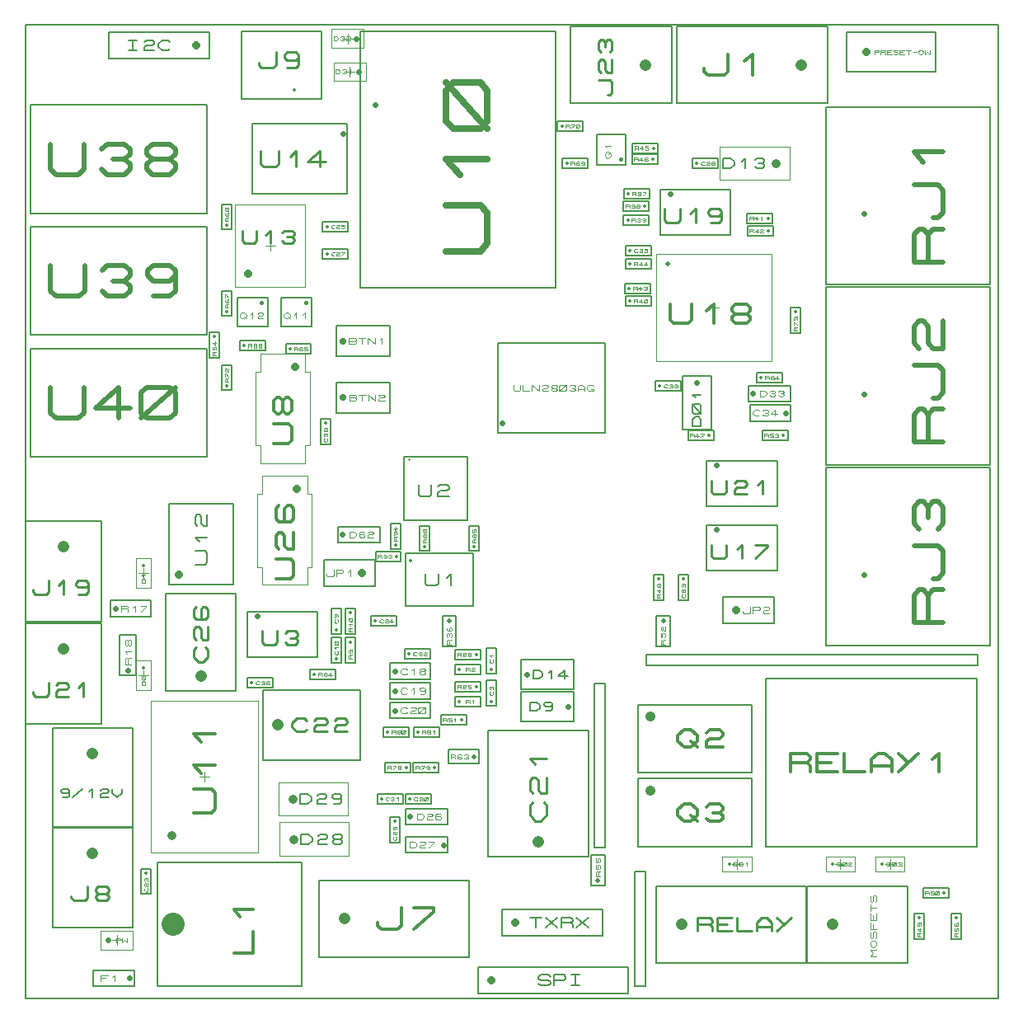
<source format=gbr>
G04 PROTEUS GERBER X2 FILE*
%TF.GenerationSoftware,Labcenter,Proteus,8.13-SP0-Build31525*%
%TF.CreationDate,2023-08-07T13:40:14+00:00*%
%TF.FileFunction,AssemblyDrawing,Top*%
%TF.FilePolarity,Positive*%
%TF.Part,Single*%
%TF.SameCoordinates,{8d507f11-5f74-4f73-9321-756942b8957b}*%
%FSLAX45Y45*%
%MOMM*%
G01*
%TA.AperFunction,Profile*%
%ADD58C,0.203200*%
%TA.AperFunction,Material*%
%ADD61C,0.203200*%
%ADD64C,0.600000*%
%ADD153C,0.698660*%
%ADD154C,0.571500*%
%ADD155C,0.234520*%
%ADD156C,0.360000*%
%ADD157C,0.198960*%
%ADD158C,0.270000*%
%ADD159C,0.050000*%
%ADD160C,0.375920*%
%ADD60C,0.064460*%
%ADD161C,0.355600*%
%ADD162C,0.056890*%
%ADD163C,1.219200*%
%ADD164C,0.243880*%
%ADD165C,0.609600*%
%ADD166C,0.103120*%
%ADD167C,0.940000*%
%ADD168C,0.169390*%
%ADD169C,0.937260*%
%ADD170C,0.361540*%
%ADD171C,2.400000*%
%ADD172C,0.327770*%
%ADD173C,1.200000*%
%ADD174C,0.286290*%
%ADD175C,0.230960*%
%ADD176C,0.558800*%
%ADD177C,0.069740*%
%ADD178C,0.365760*%
%ADD179C,0.098000*%
%ADD180C,1.016000*%
%ADD68C,0.300310*%
%ADD181C,0.229610*%
%ADD182C,0.261040*%
%ADD183C,0.268350*%
%ADD184C,0.406400*%
%ADD185C,0.096520*%
%ADD186C,0.845820*%
%ADD187C,0.215300*%
%ADD188C,0.680000*%
%ADD189C,0.107670*%
%ADD190C,0.548640*%
%ADD191C,0.332720*%
%ADD192C,0.502920*%
%ADD193C,0.519540*%
%ADD194C,0.812800*%
%ADD195C,0.177800*%
%ADD196C,0.110060*%
%ADD197C,0.225260*%
%ADD198C,0.308660*%
%ADD199C,0.150230*%
%ADD200C,0.852000*%
%ADD201C,0.305230*%
%ADD202C,0.104190*%
%ADD203C,0.071960*%
%ADD204C,0.205900*%
%ADD205C,0.143930*%
%ADD206C,0.508000*%
%ADD207C,0.072810*%
%TD.AperFunction*%
D58*
X-4990000Y-4640000D02*
X+5000000Y-4640000D01*
X+5000000Y+5360000D01*
X-4990000Y+5360000D01*
X-4990000Y-4640000D01*
D61*
X-1554000Y+2662000D02*
X+455000Y+2662000D01*
X+455000Y+5297000D01*
X-1554000Y+5297000D01*
X-1554000Y+2662000D01*
D64*
X-1400000Y+4538000D02*
X-1400000Y+4538000D01*
D153*
X-667101Y+3036297D02*
X-317766Y+3036297D01*
X-247899Y+3114897D01*
X-247899Y+3429298D01*
X-317766Y+3507898D01*
X-667101Y+3507898D01*
X-527367Y+3822299D02*
X-667101Y+3979500D01*
X-247899Y+3979500D01*
X-317766Y+4293901D02*
X-597234Y+4293901D01*
X-667101Y+4372501D01*
X-667101Y+4686902D01*
X-597234Y+4765502D01*
X-317766Y+4765502D01*
X-247899Y+4686902D01*
X-247899Y+4372501D01*
X-317766Y+4293901D01*
X-247899Y+4293901D02*
X-667101Y+4765502D01*
D61*
X-2711950Y-1133680D02*
X-1988050Y-1133680D01*
X-1988050Y-666320D01*
X-2711950Y-666320D01*
X-2711950Y-1133680D01*
D154*
X-2610350Y-709500D02*
X-2610350Y-709500D01*
D155*
X-2561073Y-865520D02*
X-2561073Y-982783D01*
X-2534689Y-1006235D01*
X-2429153Y-1006235D01*
X-2402769Y-982783D01*
X-2402769Y-865520D01*
X-2323616Y-888972D02*
X-2297232Y-865520D01*
X-2218080Y-865520D01*
X-2191696Y-888972D01*
X-2191696Y-912425D01*
X-2218080Y-935877D01*
X-2191696Y-959330D01*
X-2191696Y-982783D01*
X-2218080Y-1006235D01*
X-2297232Y-1006235D01*
X-2323616Y-982783D01*
X-2270848Y-935877D02*
X-2218080Y-935877D01*
D61*
X-1090000Y-610160D02*
X-395000Y-610160D01*
X-395000Y-69840D01*
X-1090000Y-69840D01*
X-1090000Y-610160D01*
D156*
X-1035000Y-140000D02*
X-1035000Y-140000D01*
D157*
X-885064Y-280312D02*
X-885064Y-379792D01*
X-862681Y-399688D01*
X-773149Y-399688D01*
X-750766Y-379792D01*
X-750766Y-280312D01*
X-661234Y-320104D02*
X-616468Y-280312D01*
X-616468Y-399688D01*
D61*
X-1100000Y+269840D02*
X-450000Y+269840D01*
X-450000Y+920320D01*
X-1100000Y+920320D01*
X-1100000Y+269840D01*
D158*
X-1050000Y+895000D02*
X-1050000Y+895000D01*
D157*
X-953902Y+635304D02*
X-953902Y+535914D01*
X-931540Y+516036D01*
X-842089Y+516036D01*
X-819726Y+535914D01*
X-819726Y+635304D01*
X-752638Y+615426D02*
X-730275Y+635304D01*
X-663187Y+635304D01*
X-640824Y+615426D01*
X-640824Y+595548D01*
X-663187Y+575670D01*
X-730275Y+575670D01*
X-752638Y+555792D01*
X-752638Y+516036D01*
X-640824Y+516036D01*
D159*
X-3855000Y-120000D02*
X-3855000Y-420000D01*
X-3705000Y-420000D01*
X-3705000Y-120000D01*
X-3855000Y-120000D01*
X-3730000Y-270000D02*
X-3830000Y-270000D01*
X-3780000Y-320000D02*
X-3780000Y-220000D01*
D160*
X-3780000Y-190000D02*
X-3780000Y-190000D01*
D60*
X-3760662Y-373662D02*
X-3799338Y-373662D01*
X-3799338Y-344655D01*
X-3786446Y-330152D01*
X-3773554Y-330152D01*
X-3760662Y-344655D01*
X-3760662Y-373662D01*
X-3786446Y-301145D02*
X-3799338Y-286641D01*
X-3760662Y-286641D01*
D159*
X-3855000Y-1170000D02*
X-3855000Y-1470000D01*
X-3705000Y-1470000D01*
X-3705000Y-1170000D01*
X-3855000Y-1170000D01*
X-3730000Y-1320000D02*
X-3830000Y-1320000D01*
X-3780000Y-1370000D02*
X-3780000Y-1270000D01*
D160*
X-3780000Y-1240000D02*
X-3780000Y-1240000D01*
D60*
X-3760662Y-1423662D02*
X-3799338Y-1423662D01*
X-3799338Y-1394655D01*
X-3786446Y-1380152D01*
X-3773554Y-1380152D01*
X-3760662Y-1394655D01*
X-3760662Y-1423662D01*
X-3792892Y-1358397D02*
X-3799338Y-1351145D01*
X-3799338Y-1329390D01*
X-3792892Y-1322138D01*
X-3786446Y-1322138D01*
X-3780000Y-1329390D01*
X-3780000Y-1351145D01*
X-3773554Y-1358397D01*
X-3760662Y-1358397D01*
X-3760662Y-1322138D01*
D61*
X-1850800Y-1194450D02*
X-1749200Y-1194450D01*
X-1749200Y-932830D01*
X-1850800Y-932830D01*
X-1850800Y-1194450D01*
D161*
X-1800000Y-1150000D02*
X-1800000Y-1150000D01*
D162*
X-1788620Y-1070930D02*
X-1782931Y-1077331D01*
X-1782931Y-1096533D01*
X-1794310Y-1109334D01*
X-1805689Y-1109334D01*
X-1817068Y-1096533D01*
X-1817068Y-1077331D01*
X-1811379Y-1070930D01*
X-1805689Y-1045327D02*
X-1817068Y-1032525D01*
X-1782931Y-1032525D01*
X-1788620Y-1006922D02*
X-1811379Y-1006922D01*
X-1817068Y-1000522D01*
X-1817068Y-974919D01*
X-1811379Y-968518D01*
X-1788620Y-968518D01*
X-1782931Y-974919D01*
X-1782931Y-1000522D01*
X-1788620Y-1006922D01*
X-1782931Y-1006922D02*
X-1817068Y-968518D01*
D61*
X-1850800Y-895810D02*
X-1749200Y-895810D01*
X-1749200Y-634190D01*
X-1850800Y-634190D01*
X-1850800Y-895810D01*
D161*
X-1800000Y-851360D02*
X-1800000Y-851360D01*
D162*
X-1788620Y-746687D02*
X-1782931Y-753088D01*
X-1782931Y-772290D01*
X-1794310Y-785091D01*
X-1805689Y-785091D01*
X-1817068Y-772290D01*
X-1817068Y-753088D01*
X-1811379Y-746687D01*
X-1805689Y-695481D02*
X-1800000Y-701882D01*
X-1800000Y-721084D01*
X-1805689Y-727485D01*
X-1811379Y-727485D01*
X-1817068Y-721084D01*
X-1817068Y-701882D01*
X-1811379Y-695481D01*
X-1788620Y-695481D01*
X-1782931Y-701882D01*
X-1782931Y-721084D01*
D61*
X-1700800Y-1194450D02*
X-1599200Y-1194450D01*
X-1599200Y-932830D01*
X-1700800Y-932830D01*
X-1700800Y-1194450D01*
D161*
X-1650000Y-977280D02*
X-1650000Y-977280D01*
D162*
X-1632931Y-1145961D02*
X-1667068Y-1145961D01*
X-1667068Y-1113958D01*
X-1661379Y-1107557D01*
X-1655689Y-1107557D01*
X-1650000Y-1113958D01*
X-1650000Y-1145961D01*
X-1650000Y-1113958D02*
X-1644310Y-1107557D01*
X-1632931Y-1107557D01*
X-1655689Y-1056351D02*
X-1650000Y-1062752D01*
X-1650000Y-1081954D01*
X-1655689Y-1088355D01*
X-1661379Y-1088355D01*
X-1667068Y-1081954D01*
X-1667068Y-1062752D01*
X-1661379Y-1056351D01*
X-1638620Y-1056351D01*
X-1632931Y-1062752D01*
X-1632931Y-1081954D01*
D61*
X-1700800Y-895810D02*
X-1599200Y-895810D01*
X-1599200Y-634190D01*
X-1700800Y-634190D01*
X-1700800Y-895810D01*
D161*
X-1650000Y-678640D02*
X-1650000Y-678640D01*
D162*
X-1632931Y-872924D02*
X-1667068Y-872924D01*
X-1667068Y-840921D01*
X-1661379Y-834520D01*
X-1655689Y-834520D01*
X-1650000Y-840921D01*
X-1650000Y-872924D01*
X-1650000Y-840921D02*
X-1644310Y-834520D01*
X-1632931Y-834520D01*
X-1655689Y-808917D02*
X-1667068Y-796115D01*
X-1632931Y-796115D01*
X-1638620Y-770512D02*
X-1661379Y-770512D01*
X-1667068Y-764112D01*
X-1667068Y-738509D01*
X-1661379Y-732108D01*
X-1638620Y-732108D01*
X-1632931Y-738509D01*
X-1632931Y-764112D01*
X-1638620Y-770512D01*
X-1632931Y-770512D02*
X-1667068Y-732108D01*
D61*
X-577170Y-1490800D02*
X-315550Y-1490800D01*
X-315550Y-1389200D01*
X-577170Y-1389200D01*
X-577170Y-1490800D01*
D161*
X-360000Y-1440000D02*
X-360000Y-1440000D01*
D162*
X-554284Y-1457069D02*
X-554284Y-1422932D01*
X-522281Y-1422932D01*
X-515880Y-1428621D01*
X-515880Y-1434311D01*
X-522281Y-1440000D01*
X-554284Y-1440000D01*
X-522281Y-1440000D02*
X-515880Y-1445690D01*
X-515880Y-1457069D01*
X-496678Y-1428621D02*
X-490277Y-1422932D01*
X-471075Y-1422932D01*
X-464674Y-1428621D01*
X-464674Y-1434311D01*
X-471075Y-1440000D01*
X-490277Y-1440000D01*
X-496678Y-1445690D01*
X-496678Y-1457069D01*
X-464674Y-1457069D01*
X-413468Y-1422932D02*
X-445472Y-1422932D01*
X-445472Y-1434311D01*
X-419869Y-1434311D01*
X-413468Y-1440000D01*
X-413468Y-1451380D01*
X-419869Y-1457069D01*
X-439071Y-1457069D01*
X-445472Y-1451380D01*
D61*
X-577170Y-1160800D02*
X-315550Y-1160800D01*
X-315550Y-1059200D01*
X-577170Y-1059200D01*
X-577170Y-1160800D01*
D161*
X-360000Y-1110000D02*
X-360000Y-1110000D01*
D162*
X-554284Y-1127069D02*
X-554284Y-1092932D01*
X-522281Y-1092932D01*
X-515880Y-1098621D01*
X-515880Y-1104311D01*
X-522281Y-1110000D01*
X-554284Y-1110000D01*
X-522281Y-1110000D02*
X-515880Y-1115690D01*
X-515880Y-1127069D01*
X-496678Y-1098621D02*
X-490277Y-1092932D01*
X-471075Y-1092932D01*
X-464674Y-1098621D01*
X-464674Y-1104311D01*
X-471075Y-1110000D01*
X-490277Y-1110000D01*
X-496678Y-1115690D01*
X-496678Y-1127069D01*
X-464674Y-1127069D01*
X-413468Y-1098621D02*
X-419869Y-1092932D01*
X-439071Y-1092932D01*
X-445472Y-1098621D01*
X-445472Y-1121380D01*
X-439071Y-1127069D01*
X-419869Y-1127069D01*
X-413468Y-1121380D01*
X-413468Y-1115690D01*
X-419869Y-1110000D01*
X-445472Y-1110000D01*
D61*
X-577170Y-1640800D02*
X-315550Y-1640800D01*
X-315550Y-1539200D01*
X-577170Y-1539200D01*
X-577170Y-1640800D01*
D161*
X-532720Y-1590000D02*
X-532720Y-1590000D01*
D162*
X-466451Y-1607069D02*
X-466451Y-1572932D01*
X-434448Y-1572932D01*
X-428047Y-1578621D01*
X-428047Y-1584311D01*
X-434448Y-1590000D01*
X-466451Y-1590000D01*
X-434448Y-1590000D02*
X-428047Y-1595690D01*
X-428047Y-1607069D01*
X-402444Y-1584311D02*
X-389642Y-1572932D01*
X-389642Y-1607069D01*
D61*
X-577170Y-1310800D02*
X-315550Y-1310800D01*
X-315550Y-1209200D01*
X-577170Y-1209200D01*
X-577170Y-1310800D01*
D161*
X-532720Y-1260000D02*
X-532720Y-1260000D01*
D162*
X-466451Y-1277069D02*
X-466451Y-1242932D01*
X-434448Y-1242932D01*
X-428047Y-1248621D01*
X-428047Y-1254311D01*
X-434448Y-1260000D01*
X-466451Y-1260000D01*
X-434448Y-1260000D02*
X-428047Y-1265690D01*
X-428047Y-1277069D01*
X-408845Y-1248621D02*
X-402444Y-1242932D01*
X-383242Y-1242932D01*
X-376841Y-1248621D01*
X-376841Y-1254311D01*
X-383242Y-1260000D01*
X-402444Y-1260000D01*
X-408845Y-1265690D01*
X-408845Y-1277069D01*
X-376841Y-1277069D01*
D61*
X-253410Y-1634450D02*
X-151810Y-1634450D01*
X-151810Y-1372830D01*
X-253410Y-1372830D01*
X-253410Y-1634450D01*
D161*
X-202610Y-1590000D02*
X-202610Y-1590000D01*
D162*
X-191230Y-1485327D02*
X-185541Y-1491728D01*
X-185541Y-1510930D01*
X-196920Y-1523731D01*
X-208299Y-1523731D01*
X-219678Y-1510930D01*
X-219678Y-1491728D01*
X-213989Y-1485327D01*
X-213989Y-1466125D02*
X-219678Y-1459724D01*
X-219678Y-1440522D01*
X-213989Y-1434121D01*
X-208299Y-1434121D01*
X-202610Y-1440522D01*
X-196920Y-1434121D01*
X-191230Y-1434121D01*
X-185541Y-1440522D01*
X-185541Y-1459724D01*
X-191230Y-1466125D01*
X-202610Y-1453323D02*
X-202610Y-1440522D01*
D61*
X-253410Y-1304450D02*
X-151810Y-1304450D01*
X-151810Y-1042830D01*
X-253410Y-1042830D01*
X-253410Y-1304450D01*
D161*
X-202610Y-1260000D02*
X-202610Y-1260000D01*
D162*
X-191230Y-1155327D02*
X-185541Y-1161728D01*
X-185541Y-1180930D01*
X-196920Y-1193731D01*
X-208299Y-1193731D01*
X-219678Y-1180930D01*
X-219678Y-1161728D01*
X-213989Y-1155327D01*
X-208299Y-1129724D02*
X-219678Y-1116922D01*
X-185541Y-1116922D01*
D61*
X-4710160Y-3910160D02*
X-3889840Y-3910160D01*
X-3889840Y-2889840D01*
X-4710160Y-2889840D01*
X-4710160Y-3910160D01*
D163*
X-4300000Y-3150000D02*
X-4300000Y-3150000D01*
D164*
X-4519493Y-3584949D02*
X-4519493Y-3609337D01*
X-4492057Y-3633725D01*
X-4382310Y-3633725D01*
X-4354874Y-3609337D01*
X-4354874Y-3487396D01*
X-4245127Y-3560560D02*
X-4272564Y-3536172D01*
X-4272564Y-3511784D01*
X-4245127Y-3487396D01*
X-4162817Y-3487396D01*
X-4135381Y-3511784D01*
X-4135381Y-3536172D01*
X-4162817Y-3560560D01*
X-4245127Y-3560560D01*
X-4272564Y-3584949D01*
X-4272564Y-3609337D01*
X-4245127Y-3633725D01*
X-4162817Y-3633725D01*
X-4135381Y-3609337D01*
X-4135381Y-3584949D01*
X-4162817Y-3560560D01*
D61*
X-4290800Y-4513820D02*
X-3874240Y-4513820D01*
X-3874240Y-4346180D01*
X-4290800Y-4346180D01*
X-4290800Y-4513820D01*
D165*
X-3925040Y-4430000D02*
X-3925040Y-4430000D01*
D166*
X-4215971Y-4460938D02*
X-4215971Y-4399063D01*
X-4146363Y-4399063D01*
X-4215971Y-4430000D02*
X-4169566Y-4430000D01*
X-4099958Y-4419688D02*
X-4076755Y-4399063D01*
X-4076755Y-4460938D01*
D159*
X-2383000Y-3171000D02*
X-1667000Y-3171000D01*
X-1667000Y-2829000D01*
X-2383000Y-2829000D01*
X-2383000Y-3171000D01*
D167*
X-2240000Y-3000000D02*
X-2240000Y-3000000D01*
D168*
X-2157429Y-3050818D02*
X-2157429Y-2949182D01*
X-2081203Y-2949182D01*
X-2043090Y-2983061D01*
X-2043090Y-3016939D01*
X-2081203Y-3050818D01*
X-2157429Y-3050818D01*
X-1985920Y-2966121D02*
X-1966863Y-2949182D01*
X-1909693Y-2949182D01*
X-1890637Y-2966121D01*
X-1890637Y-2983061D01*
X-1909693Y-3000000D01*
X-1966863Y-3000000D01*
X-1985920Y-3016939D01*
X-1985920Y-3050818D01*
X-1890637Y-3050818D01*
X-1814410Y-3000000D02*
X-1833467Y-2983061D01*
X-1833467Y-2966121D01*
X-1814410Y-2949182D01*
X-1757240Y-2949182D01*
X-1738184Y-2966121D01*
X-1738184Y-2983061D01*
X-1757240Y-3000000D01*
X-1814410Y-3000000D01*
X-1833467Y-3016939D01*
X-1833467Y-3033879D01*
X-1814410Y-3050818D01*
X-1757240Y-3050818D01*
X-1738184Y-3033879D01*
X-1738184Y-3016939D01*
X-1757240Y-3000000D01*
D159*
X-2600000Y-3140000D02*
X-2600000Y-1580000D01*
X-3700000Y-1580000D01*
X-3700000Y-3140000D01*
X-2600000Y-3140000D01*
X-3200000Y-2360000D02*
X-3100000Y-2360000D01*
X-3150000Y-2310000D02*
X-3150000Y-2410000D01*
D169*
X-3490000Y-2960000D02*
X-3490000Y-2960000D01*
D170*
X-3258464Y-2733407D02*
X-3077690Y-2733407D01*
X-3041535Y-2692733D01*
X-3041535Y-2530037D01*
X-3077690Y-2489363D01*
X-3258464Y-2489363D01*
X-3186154Y-2326666D02*
X-3258464Y-2245318D01*
X-3041535Y-2245318D01*
X-3186154Y-2001273D02*
X-3258464Y-1919925D01*
X-3041535Y-1919925D01*
D61*
X-3635000Y-4510160D02*
X-2155000Y-4510160D01*
X-2155000Y-3239840D01*
X-3635000Y-3239840D01*
X-3635000Y-4510160D01*
D171*
X-3470000Y-3880000D02*
X-3470000Y-3880000D01*
D172*
X-2850832Y-4169998D02*
X-2654167Y-4169998D01*
X-2654167Y-3948750D01*
X-2785277Y-3801251D02*
X-2850832Y-3727501D01*
X-2654167Y-3727501D01*
D61*
X-3800800Y-3567170D02*
X-3699200Y-3567170D01*
X-3699200Y-3305550D01*
X-3800800Y-3305550D01*
X-3800800Y-3567170D01*
D161*
X-3750000Y-3350000D02*
X-3750000Y-3350000D01*
D162*
X-3738620Y-3505880D02*
X-3732931Y-3512281D01*
X-3732931Y-3531483D01*
X-3744310Y-3544284D01*
X-3755689Y-3544284D01*
X-3767068Y-3531483D01*
X-3767068Y-3512281D01*
X-3761379Y-3505880D01*
X-3761379Y-3486678D02*
X-3767068Y-3480277D01*
X-3767068Y-3461075D01*
X-3761379Y-3454674D01*
X-3755689Y-3454674D01*
X-3750000Y-3461075D01*
X-3750000Y-3480277D01*
X-3744310Y-3486678D01*
X-3732931Y-3486678D01*
X-3732931Y-3454674D01*
X-3761379Y-3435472D02*
X-3767068Y-3429071D01*
X-3767068Y-3409869D01*
X-3761379Y-3403468D01*
X-3755689Y-3403468D01*
X-3750000Y-3409869D01*
X-3744310Y-3403468D01*
X-3738620Y-3403468D01*
X-3732931Y-3409869D01*
X-3732931Y-3429071D01*
X-3738620Y-3435472D01*
X-3750000Y-3422670D02*
X-3750000Y-3409869D01*
D61*
X-240160Y-3180000D02*
X+790160Y-3180000D01*
X+790160Y-1890000D01*
X-240160Y-1890000D01*
X-240160Y-3180000D01*
D173*
X+280000Y-3030000D02*
X+280000Y-3030000D01*
D174*
X+332259Y-2623247D02*
X+360888Y-2655455D01*
X+360888Y-2752079D01*
X+303629Y-2816494D01*
X+246371Y-2816494D01*
X+189112Y-2752079D01*
X+189112Y-2655455D01*
X+217741Y-2623247D01*
X+217741Y-2526624D02*
X+189112Y-2494416D01*
X+189112Y-2397792D01*
X+217741Y-2365584D01*
X+246371Y-2365584D01*
X+275000Y-2397792D01*
X+275000Y-2494416D01*
X+303629Y-2526624D01*
X+360888Y-2526624D01*
X+360888Y-2365584D01*
X+246371Y-2236753D02*
X+189112Y-2172337D01*
X+360888Y-2172337D01*
D61*
X-1250800Y-3037170D02*
X-1149200Y-3037170D01*
X-1149200Y-2775550D01*
X-1250800Y-2775550D01*
X-1250800Y-3037170D01*
D161*
X-1200000Y-2820000D02*
X-1200000Y-2820000D01*
D162*
X-1188620Y-2975880D02*
X-1182931Y-2982281D01*
X-1182931Y-3001483D01*
X-1194310Y-3014284D01*
X-1205689Y-3014284D01*
X-1217068Y-3001483D01*
X-1217068Y-2982281D01*
X-1211379Y-2975880D01*
X-1211379Y-2956678D02*
X-1217068Y-2950277D01*
X-1217068Y-2931075D01*
X-1211379Y-2924674D01*
X-1205689Y-2924674D01*
X-1200000Y-2931075D01*
X-1200000Y-2950277D01*
X-1194310Y-2956678D01*
X-1182931Y-2956678D01*
X-1182931Y-2924674D01*
X-1205689Y-2873468D02*
X-1200000Y-2879869D01*
X-1200000Y-2899071D01*
X-1205689Y-2905472D01*
X-1211379Y-2905472D01*
X-1217068Y-2899071D01*
X-1217068Y-2879869D01*
X-1211379Y-2873468D01*
X-1188620Y-2873468D01*
X-1182931Y-2879869D01*
X-1182931Y-2899071D01*
D61*
X-3550160Y-1480000D02*
X-2829840Y-1480000D01*
X-2829840Y-480000D01*
X-3550160Y-480000D01*
X-3550160Y-1480000D01*
D173*
X-3190000Y-1330000D02*
X-3190000Y-1330000D01*
D175*
X-3143808Y-1030898D02*
X-3120712Y-1056881D01*
X-3120712Y-1134830D01*
X-3166904Y-1186796D01*
X-3213096Y-1186796D01*
X-3259288Y-1134830D01*
X-3259288Y-1056881D01*
X-3236192Y-1030898D01*
X-3236192Y-952949D02*
X-3259288Y-926966D01*
X-3259288Y-849017D01*
X-3236192Y-823034D01*
X-3213096Y-823034D01*
X-3190000Y-849017D01*
X-3190000Y-926966D01*
X-3166904Y-952949D01*
X-3120712Y-952949D01*
X-3120712Y-823034D01*
X-3236192Y-615170D02*
X-3259288Y-641153D01*
X-3259288Y-719102D01*
X-3236192Y-745085D01*
X-3143808Y-745085D01*
X-3120712Y-719102D01*
X-3120712Y-641153D01*
X-3143808Y-615170D01*
X-3166904Y-615170D01*
X-3190000Y-641153D01*
X-3190000Y-745085D01*
D61*
X-2550000Y-2190160D02*
X-1550000Y-2190160D01*
X-1550000Y-1469840D01*
X-2550000Y-1469840D01*
X-2550000Y-2190160D01*
D173*
X-2400000Y-1830000D02*
X-2400000Y-1830000D01*
D175*
X-2100898Y-1876192D02*
X-2126881Y-1899288D01*
X-2204830Y-1899288D01*
X-2256796Y-1853096D01*
X-2256796Y-1806904D01*
X-2204830Y-1760712D01*
X-2126881Y-1760712D01*
X-2100898Y-1783808D01*
X-2022949Y-1783808D02*
X-1996966Y-1760712D01*
X-1919017Y-1760712D01*
X-1893034Y-1783808D01*
X-1893034Y-1806904D01*
X-1919017Y-1830000D01*
X-1996966Y-1830000D01*
X-2022949Y-1853096D01*
X-2022949Y-1899288D01*
X-1893034Y-1899288D01*
X-1815085Y-1783808D02*
X-1789102Y-1760712D01*
X-1711153Y-1760712D01*
X-1685170Y-1783808D01*
X-1685170Y-1806904D01*
X-1711153Y-1830000D01*
X-1789102Y-1830000D01*
X-1815085Y-1853096D01*
X-1815085Y-1899288D01*
X-1685170Y-1899288D01*
D159*
X-2393000Y-2761000D02*
X-1677000Y-2761000D01*
X-1677000Y-2419000D01*
X-2393000Y-2419000D01*
X-2393000Y-2761000D01*
D167*
X-2250000Y-2590000D02*
X-2250000Y-2590000D01*
D168*
X-2167429Y-2640818D02*
X-2167429Y-2539182D01*
X-2091203Y-2539182D01*
X-2053090Y-2573061D01*
X-2053090Y-2606939D01*
X-2091203Y-2640818D01*
X-2167429Y-2640818D01*
X-1995920Y-2556121D02*
X-1976863Y-2539182D01*
X-1919693Y-2539182D01*
X-1900637Y-2556121D01*
X-1900637Y-2573061D01*
X-1919693Y-2590000D01*
X-1976863Y-2590000D01*
X-1995920Y-2606939D01*
X-1995920Y-2640818D01*
X-1900637Y-2640818D01*
X-1748184Y-2573061D02*
X-1767240Y-2590000D01*
X-1824410Y-2590000D01*
X-1843467Y-2573061D01*
X-1843467Y-2556121D01*
X-1824410Y-2539182D01*
X-1767240Y-2539182D01*
X-1748184Y-2556121D01*
X-1748184Y-2623879D01*
X-1767240Y-2640818D01*
X-1824410Y-2640818D01*
D61*
X-2067170Y-1360800D02*
X-1805550Y-1360800D01*
X-1805550Y-1259200D01*
X-2067170Y-1259200D01*
X-2067170Y-1360800D01*
D161*
X-2022720Y-1310000D02*
X-2022720Y-1310000D01*
D162*
X-1982054Y-1327069D02*
X-1982054Y-1292932D01*
X-1950051Y-1292932D01*
X-1943650Y-1298621D01*
X-1943650Y-1304311D01*
X-1950051Y-1310000D01*
X-1982054Y-1310000D01*
X-1950051Y-1310000D02*
X-1943650Y-1315690D01*
X-1943650Y-1327069D01*
X-1892444Y-1298621D02*
X-1898845Y-1292932D01*
X-1918047Y-1292932D01*
X-1924448Y-1298621D01*
X-1924448Y-1321380D01*
X-1918047Y-1327069D01*
X-1898845Y-1327069D01*
X-1892444Y-1321380D01*
X-1892444Y-1315690D01*
X-1898845Y-1310000D01*
X-1924448Y-1310000D01*
X-1841238Y-1315690D02*
X-1879642Y-1315690D01*
X-1854039Y-1292932D01*
X-1854039Y-1327069D01*
D159*
X-4215000Y-4135000D02*
X-3885000Y-4135000D01*
X-3885000Y-3945000D01*
X-4215000Y-3945000D01*
X-4215000Y-4135000D01*
X-4050000Y-3990000D02*
X-4050000Y-4090000D01*
X-4000000Y-4040000D02*
X-4100000Y-4040000D01*
D176*
X-4140000Y-4040000D02*
X-4140000Y-4040000D01*
D177*
X-4060051Y-4060924D02*
X-4060051Y-4019077D01*
X-4020820Y-4019077D01*
X-4012973Y-4026051D01*
X-4012973Y-4033026D01*
X-4020820Y-4040000D01*
X-4060051Y-4040000D01*
X-3997280Y-4019077D02*
X-3997280Y-4060924D01*
X-3973741Y-4040000D01*
X-3950202Y-4060924D01*
X-3950202Y-4019077D01*
D61*
X-1978160Y-4211160D02*
X-433840Y-4211160D01*
X-433840Y-3428840D01*
X-1978160Y-3428840D01*
X-1978160Y-4211160D01*
D163*
X-1714000Y-3820000D02*
X-1714000Y-3820000D01*
D178*
X-1372624Y-3856576D02*
X-1372624Y-3893152D01*
X-1331476Y-3929728D01*
X-1166884Y-3929728D01*
X-1125736Y-3893152D01*
X-1125736Y-3710272D01*
X-1002292Y-3710272D02*
X-796552Y-3710272D01*
X-796552Y-3746848D01*
X-1002292Y-3929728D01*
D61*
X+2007700Y-247180D02*
X+2731600Y-247180D01*
X+2731600Y+220180D01*
X+2007700Y+220180D01*
X+2007700Y-247180D01*
D154*
X+2109300Y+177000D02*
X+2109300Y+177000D01*
D155*
X+2053041Y+20980D02*
X+2053041Y-96283D01*
X+2079425Y-119735D01*
X+2184961Y-119735D01*
X+2211345Y-96283D01*
X+2211345Y+20980D01*
X+2316882Y-25925D02*
X+2369650Y+20980D01*
X+2369650Y-119735D01*
X+2501571Y+20980D02*
X+2633491Y+20980D01*
X+2633491Y-2472D01*
X+2501571Y-119735D01*
D61*
X-1094450Y-1150800D02*
X-832830Y-1150800D01*
X-832830Y-1049200D01*
X-1094450Y-1049200D01*
X-1094450Y-1150800D01*
D161*
X-1050000Y-1100000D02*
X-1050000Y-1100000D01*
D162*
X-970930Y-1111380D02*
X-977331Y-1117069D01*
X-996533Y-1117069D01*
X-1009334Y-1105690D01*
X-1009334Y-1094311D01*
X-996533Y-1082932D01*
X-977331Y-1082932D01*
X-970930Y-1088621D01*
X-951728Y-1088621D02*
X-945327Y-1082932D01*
X-926125Y-1082932D01*
X-919724Y-1088621D01*
X-919724Y-1094311D01*
X-926125Y-1100000D01*
X-919724Y-1105690D01*
X-919724Y-1111380D01*
X-926125Y-1117069D01*
X-945327Y-1117069D01*
X-951728Y-1111380D01*
X-938926Y-1100000D02*
X-926125Y-1100000D01*
X-900522Y-1088621D02*
X-894121Y-1082932D01*
X-874919Y-1082932D01*
X-868518Y-1088621D01*
X-868518Y-1094311D01*
X-874919Y-1100000D01*
X-894121Y-1100000D01*
X-900522Y-1105690D01*
X-900522Y-1117069D01*
X-868518Y-1117069D01*
D61*
X-1007170Y-2320800D02*
X-745550Y-2320800D01*
X-745550Y-2219200D01*
X-1007170Y-2219200D01*
X-1007170Y-2320800D01*
D161*
X-790000Y-2270000D02*
X-790000Y-2270000D01*
D162*
X-984284Y-2287069D02*
X-984284Y-2252932D01*
X-952281Y-2252932D01*
X-945880Y-2258621D01*
X-945880Y-2264311D01*
X-952281Y-2270000D01*
X-984284Y-2270000D01*
X-952281Y-2270000D02*
X-945880Y-2275690D01*
X-945880Y-2287069D01*
X-926678Y-2252932D02*
X-894674Y-2252932D01*
X-894674Y-2258621D01*
X-926678Y-2287069D01*
X-843468Y-2264311D02*
X-849869Y-2270000D01*
X-869071Y-2270000D01*
X-875472Y-2264311D01*
X-875472Y-2258621D01*
X-869071Y-2252932D01*
X-849869Y-2252932D01*
X-843468Y-2258621D01*
X-843468Y-2281380D01*
X-849869Y-2287069D01*
X-869071Y-2287069D01*
D61*
X-1297170Y-2320800D02*
X-1035550Y-2320800D01*
X-1035550Y-2219200D01*
X-1297170Y-2219200D01*
X-1297170Y-2320800D01*
D161*
X-1080000Y-2270000D02*
X-1080000Y-2270000D01*
D162*
X-1274284Y-2287069D02*
X-1274284Y-2252932D01*
X-1242281Y-2252932D01*
X-1235880Y-2258621D01*
X-1235880Y-2264311D01*
X-1242281Y-2270000D01*
X-1274284Y-2270000D01*
X-1242281Y-2270000D02*
X-1235880Y-2275690D01*
X-1235880Y-2287069D01*
X-1216678Y-2252932D02*
X-1184674Y-2252932D01*
X-1184674Y-2258621D01*
X-1216678Y-2287069D01*
X-1159071Y-2270000D02*
X-1165472Y-2264311D01*
X-1165472Y-2258621D01*
X-1159071Y-2252932D01*
X-1139869Y-2252932D01*
X-1133468Y-2258621D01*
X-1133468Y-2264311D01*
X-1139869Y-2270000D01*
X-1159071Y-2270000D01*
X-1165472Y-2275690D01*
X-1165472Y-2281380D01*
X-1159071Y-2287069D01*
X-1139869Y-2287069D01*
X-1133468Y-2281380D01*
X-1133468Y-2275690D01*
X-1139869Y-2270000D01*
D61*
X-1084450Y-2850160D02*
X-655550Y-2850160D01*
X-655550Y-2689840D01*
X-1084450Y-2689840D01*
X-1084450Y-2850160D01*
D165*
X-1040000Y-2770000D02*
X-1040000Y-2770000D01*
D179*
X-964835Y-2799400D02*
X-964835Y-2740600D01*
X-920735Y-2740600D01*
X-898685Y-2760200D01*
X-898685Y-2779800D01*
X-920735Y-2799400D01*
X-964835Y-2799400D01*
X-865610Y-2750400D02*
X-854585Y-2740600D01*
X-821510Y-2740600D01*
X-810485Y-2750400D01*
X-810485Y-2760200D01*
X-821510Y-2770000D01*
X-854585Y-2770000D01*
X-865610Y-2779800D01*
X-865610Y-2799400D01*
X-810485Y-2799400D01*
X-722285Y-2750400D02*
X-733310Y-2740600D01*
X-766385Y-2740600D01*
X-777410Y-2750400D01*
X-777410Y-2789600D01*
X-766385Y-2799400D01*
X-733310Y-2799400D01*
X-722285Y-2789600D01*
X-722285Y-2779800D01*
X-733310Y-2770000D01*
X-777410Y-2770000D01*
D61*
X-1377170Y-2640800D02*
X-1115550Y-2640800D01*
X-1115550Y-2539200D01*
X-1377170Y-2539200D01*
X-1377170Y-2640800D01*
D161*
X-1332720Y-2590000D02*
X-1332720Y-2590000D01*
D162*
X-1253650Y-2601380D02*
X-1260051Y-2607069D01*
X-1279253Y-2607069D01*
X-1292054Y-2595690D01*
X-1292054Y-2584311D01*
X-1279253Y-2572932D01*
X-1260051Y-2572932D01*
X-1253650Y-2578621D01*
X-1234448Y-2578621D02*
X-1228047Y-2572932D01*
X-1208845Y-2572932D01*
X-1202444Y-2578621D01*
X-1202444Y-2584311D01*
X-1208845Y-2590000D01*
X-1202444Y-2595690D01*
X-1202444Y-2601380D01*
X-1208845Y-2607069D01*
X-1228047Y-2607069D01*
X-1234448Y-2601380D01*
X-1221646Y-2590000D02*
X-1208845Y-2590000D01*
X-1176841Y-2584311D02*
X-1164039Y-2572932D01*
X-1164039Y-2607069D01*
D61*
X-1004450Y-1950800D02*
X-742830Y-1950800D01*
X-742830Y-1849200D01*
X-1004450Y-1849200D01*
X-1004450Y-1950800D01*
D161*
X-960000Y-1900000D02*
X-960000Y-1900000D01*
D162*
X-919334Y-1917069D02*
X-919334Y-1882932D01*
X-887331Y-1882932D01*
X-880930Y-1888621D01*
X-880930Y-1894311D01*
X-887331Y-1900000D01*
X-919334Y-1900000D01*
X-887331Y-1900000D02*
X-880930Y-1905690D01*
X-880930Y-1917069D01*
X-855327Y-1900000D02*
X-861728Y-1894311D01*
X-861728Y-1888621D01*
X-855327Y-1882932D01*
X-836125Y-1882932D01*
X-829724Y-1888621D01*
X-829724Y-1894311D01*
X-836125Y-1900000D01*
X-855327Y-1900000D01*
X-861728Y-1905690D01*
X-861728Y-1911380D01*
X-855327Y-1917069D01*
X-836125Y-1917069D01*
X-829724Y-1911380D01*
X-829724Y-1905690D01*
X-836125Y-1900000D01*
X-804121Y-1894311D02*
X-791319Y-1882932D01*
X-791319Y-1917069D01*
D61*
X-1314450Y-1950800D02*
X-1052830Y-1950800D01*
X-1052830Y-1849200D01*
X-1314450Y-1849200D01*
X-1314450Y-1950800D01*
D161*
X-1270000Y-1900000D02*
X-1270000Y-1900000D01*
D162*
X-1229334Y-1917069D02*
X-1229334Y-1882932D01*
X-1197331Y-1882932D01*
X-1190930Y-1888621D01*
X-1190930Y-1894311D01*
X-1197331Y-1900000D01*
X-1229334Y-1900000D01*
X-1197331Y-1900000D02*
X-1190930Y-1905690D01*
X-1190930Y-1917069D01*
X-1165327Y-1900000D02*
X-1171728Y-1894311D01*
X-1171728Y-1888621D01*
X-1165327Y-1882932D01*
X-1146125Y-1882932D01*
X-1139724Y-1888621D01*
X-1139724Y-1894311D01*
X-1146125Y-1900000D01*
X-1165327Y-1900000D01*
X-1171728Y-1905690D01*
X-1171728Y-1911380D01*
X-1165327Y-1917069D01*
X-1146125Y-1917069D01*
X-1139724Y-1911380D01*
X-1139724Y-1905690D01*
X-1146125Y-1900000D01*
X-1126922Y-1911380D02*
X-1126922Y-1888621D01*
X-1120522Y-1882932D01*
X-1094919Y-1882932D01*
X-1088518Y-1888621D01*
X-1088518Y-1911380D01*
X-1094919Y-1917069D01*
X-1120522Y-1917069D01*
X-1126922Y-1911380D01*
X-1126922Y-1917069D02*
X-1088518Y-1882932D01*
D61*
X-1084450Y-3140160D02*
X-655550Y-3140160D01*
X-655550Y-2979840D01*
X-1084450Y-2979840D01*
X-1084450Y-3140160D01*
D165*
X-700000Y-3060000D02*
X-700000Y-3060000D01*
D179*
X-1039765Y-3089400D02*
X-1039765Y-3030600D01*
X-995665Y-3030600D01*
X-973615Y-3050200D01*
X-973615Y-3069800D01*
X-995665Y-3089400D01*
X-1039765Y-3089400D01*
X-940540Y-3040400D02*
X-929515Y-3030600D01*
X-896440Y-3030600D01*
X-885415Y-3040400D01*
X-885415Y-3050200D01*
X-896440Y-3060000D01*
X-929515Y-3060000D01*
X-940540Y-3069800D01*
X-940540Y-3089400D01*
X-885415Y-3089400D01*
X-852340Y-3030600D02*
X-797215Y-3030600D01*
X-797215Y-3040400D01*
X-852340Y-3089400D01*
D61*
X-1087170Y-2640800D02*
X-825550Y-2640800D01*
X-825550Y-2539200D01*
X-1087170Y-2539200D01*
X-1087170Y-2640800D01*
D161*
X-1042720Y-2590000D02*
X-1042720Y-2590000D01*
D162*
X-963650Y-2601380D02*
X-970051Y-2607069D01*
X-989253Y-2607069D01*
X-1002054Y-2595690D01*
X-1002054Y-2584311D01*
X-989253Y-2572932D01*
X-970051Y-2572932D01*
X-963650Y-2578621D01*
X-944448Y-2578621D02*
X-938047Y-2572932D01*
X-918845Y-2572932D01*
X-912444Y-2578621D01*
X-912444Y-2584311D01*
X-918845Y-2590000D01*
X-912444Y-2595690D01*
X-912444Y-2601380D01*
X-918845Y-2607069D01*
X-938047Y-2607069D01*
X-944448Y-2601380D01*
X-931646Y-2590000D02*
X-918845Y-2590000D01*
X-899642Y-2601380D02*
X-899642Y-2578621D01*
X-893242Y-2572932D01*
X-867639Y-2572932D01*
X-861238Y-2578621D01*
X-861238Y-2601380D01*
X-867639Y-2607069D01*
X-893242Y-2607069D01*
X-899642Y-2601380D01*
X-899642Y-2607069D02*
X-861238Y-2572932D01*
D61*
X+1302120Y-2319250D02*
X+2469250Y-2319250D01*
X+2469250Y-1620750D01*
X+1302120Y-1620750D01*
X+1302120Y-2319250D01*
D180*
X+1429120Y-1741400D02*
X+1429120Y-1741400D01*
D68*
X+1704305Y-1939969D02*
X+1771875Y-1879907D01*
X+1839445Y-1879907D01*
X+1907015Y-1939969D01*
X+1907015Y-2000032D01*
X+1839445Y-2060094D01*
X+1771875Y-2060094D01*
X+1704305Y-2000032D01*
X+1704305Y-1939969D01*
X+1839445Y-2000032D02*
X+1907015Y-2060094D01*
X+2008370Y-1909938D02*
X+2042155Y-1879907D01*
X+2143510Y-1879907D01*
X+2177295Y-1909938D01*
X+2177295Y-1939969D01*
X+2143510Y-1970000D01*
X+2042155Y-1970000D01*
X+2008370Y-2000032D01*
X+2008370Y-2060094D01*
X+2177295Y-2060094D01*
D61*
X+1242830Y+4044200D02*
X+1504450Y+4044200D01*
X+1504450Y+4145800D01*
X+1242830Y+4145800D01*
X+1242830Y+4044200D01*
D161*
X+1460000Y+4095000D02*
X+1460000Y+4095000D01*
D162*
X+1265716Y+4077931D02*
X+1265716Y+4112068D01*
X+1297719Y+4112068D01*
X+1304120Y+4106379D01*
X+1304120Y+4100689D01*
X+1297719Y+4095000D01*
X+1265716Y+4095000D01*
X+1297719Y+4095000D02*
X+1304120Y+4089310D01*
X+1304120Y+4077931D01*
X+1355326Y+4089310D02*
X+1316922Y+4089310D01*
X+1342525Y+4112068D01*
X+1342525Y+4077931D01*
X+1406532Y+4112068D02*
X+1374528Y+4112068D01*
X+1374528Y+4100689D01*
X+1400131Y+4100689D01*
X+1406532Y+4095000D01*
X+1406532Y+4083620D01*
X+1400131Y+4077931D01*
X+1380929Y+4077931D01*
X+1374528Y+4083620D01*
D61*
X+1172830Y+2994200D02*
X+1434450Y+2994200D01*
X+1434450Y+3095800D01*
X+1172830Y+3095800D01*
X+1172830Y+2994200D01*
D161*
X+1217280Y+3045000D02*
X+1217280Y+3045000D01*
D162*
X+1296350Y+3033620D02*
X+1289949Y+3027931D01*
X+1270747Y+3027931D01*
X+1257946Y+3039310D01*
X+1257946Y+3050689D01*
X+1270747Y+3062068D01*
X+1289949Y+3062068D01*
X+1296350Y+3056379D01*
X+1315552Y+3056379D02*
X+1321953Y+3062068D01*
X+1341155Y+3062068D01*
X+1347556Y+3056379D01*
X+1347556Y+3050689D01*
X+1341155Y+3045000D01*
X+1347556Y+3039310D01*
X+1347556Y+3033620D01*
X+1341155Y+3027931D01*
X+1321953Y+3027931D01*
X+1315552Y+3033620D01*
X+1328354Y+3045000D02*
X+1341155Y+3045000D01*
X+1398762Y+3062068D02*
X+1366758Y+3062068D01*
X+1366758Y+3050689D01*
X+1392361Y+3050689D01*
X+1398762Y+3045000D01*
X+1398762Y+3033620D01*
X+1392361Y+3027931D01*
X+1373159Y+3027931D01*
X+1366758Y+3033620D01*
D61*
X+1172830Y+2474200D02*
X+1434450Y+2474200D01*
X+1434450Y+2575800D01*
X+1172830Y+2575800D01*
X+1172830Y+2474200D01*
D161*
X+1217280Y+2525000D02*
X+1217280Y+2525000D01*
D162*
X+1257946Y+2507931D02*
X+1257946Y+2542068D01*
X+1289949Y+2542068D01*
X+1296350Y+2536379D01*
X+1296350Y+2530689D01*
X+1289949Y+2525000D01*
X+1257946Y+2525000D01*
X+1289949Y+2525000D02*
X+1296350Y+2519310D01*
X+1296350Y+2507931D01*
X+1347556Y+2519310D02*
X+1309152Y+2519310D01*
X+1334755Y+2542068D01*
X+1334755Y+2507931D01*
X+1360358Y+2513620D02*
X+1360358Y+2536379D01*
X+1366758Y+2542068D01*
X+1392361Y+2542068D01*
X+1398762Y+2536379D01*
X+1398762Y+2513620D01*
X+1392361Y+2507931D01*
X+1366758Y+2507931D01*
X+1360358Y+2513620D01*
X+1360358Y+2507931D02*
X+1398762Y+2542068D01*
D61*
X+2422830Y+3324200D02*
X+2684450Y+3324200D01*
X+2684450Y+3425800D01*
X+2422830Y+3425800D01*
X+2422830Y+3324200D01*
D161*
X+2640000Y+3375000D02*
X+2640000Y+3375000D01*
D162*
X+2445716Y+3357931D02*
X+2445716Y+3392068D01*
X+2477719Y+3392068D01*
X+2484120Y+3386379D01*
X+2484120Y+3380689D01*
X+2477719Y+3375000D01*
X+2445716Y+3375000D01*
X+2477719Y+3375000D02*
X+2484120Y+3369310D01*
X+2484120Y+3357931D01*
X+2535326Y+3369310D02*
X+2496922Y+3369310D01*
X+2522525Y+3392068D01*
X+2522525Y+3357931D01*
X+2560929Y+3380689D02*
X+2573731Y+3392068D01*
X+2573731Y+3357931D01*
D61*
X+2425550Y+3194200D02*
X+2687170Y+3194200D01*
X+2687170Y+3295800D01*
X+2425550Y+3295800D01*
X+2425550Y+3194200D01*
D161*
X+2642720Y+3245000D02*
X+2642720Y+3245000D01*
D162*
X+2448436Y+3227931D02*
X+2448436Y+3262068D01*
X+2480439Y+3262068D01*
X+2486840Y+3256379D01*
X+2486840Y+3250689D01*
X+2480439Y+3245000D01*
X+2448436Y+3245000D01*
X+2480439Y+3245000D02*
X+2486840Y+3239310D01*
X+2486840Y+3227931D01*
X+2538046Y+3239310D02*
X+2499642Y+3239310D01*
X+2525245Y+3262068D01*
X+2525245Y+3227931D01*
X+2557248Y+3256379D02*
X+2563649Y+3262068D01*
X+2582851Y+3262068D01*
X+2589252Y+3256379D01*
X+2589252Y+3250689D01*
X+2582851Y+3245000D01*
X+2563649Y+3245000D01*
X+2557248Y+3239310D01*
X+2557248Y+3227931D01*
X+2589252Y+3227931D01*
D61*
X+1152830Y+3444200D02*
X+1414450Y+3444200D01*
X+1414450Y+3545800D01*
X+1152830Y+3545800D01*
X+1152830Y+3444200D01*
D161*
X+1370000Y+3495000D02*
X+1370000Y+3495000D01*
D162*
X+1175716Y+3477931D02*
X+1175716Y+3512068D01*
X+1207719Y+3512068D01*
X+1214120Y+3506379D01*
X+1214120Y+3500689D01*
X+1207719Y+3495000D01*
X+1175716Y+3495000D01*
X+1207719Y+3495000D02*
X+1214120Y+3489310D01*
X+1214120Y+3477931D01*
X+1233322Y+3506379D02*
X+1239723Y+3512068D01*
X+1258925Y+3512068D01*
X+1265326Y+3506379D01*
X+1265326Y+3500689D01*
X+1258925Y+3495000D01*
X+1265326Y+3489310D01*
X+1265326Y+3483620D01*
X+1258925Y+3477931D01*
X+1239723Y+3477931D01*
X+1233322Y+3483620D01*
X+1246124Y+3495000D02*
X+1258925Y+3495000D01*
X+1290929Y+3495000D02*
X+1284528Y+3500689D01*
X+1284528Y+3506379D01*
X+1290929Y+3512068D01*
X+1310131Y+3512068D01*
X+1316532Y+3506379D01*
X+1316532Y+3500689D01*
X+1310131Y+3495000D01*
X+1290929Y+3495000D01*
X+1284528Y+3489310D01*
X+1284528Y+3483620D01*
X+1290929Y+3477931D01*
X+1310131Y+3477931D01*
X+1316532Y+3483620D01*
X+1316532Y+3489310D01*
X+1310131Y+3495000D01*
D61*
X+1152830Y+3304200D02*
X+1414450Y+3304200D01*
X+1414450Y+3405800D01*
X+1152830Y+3405800D01*
X+1152830Y+3304200D01*
D161*
X+1197280Y+3355000D02*
X+1197280Y+3355000D01*
D162*
X+1237946Y+3337931D02*
X+1237946Y+3372068D01*
X+1269949Y+3372068D01*
X+1276350Y+3366379D01*
X+1276350Y+3360689D01*
X+1269949Y+3355000D01*
X+1237946Y+3355000D01*
X+1269949Y+3355000D02*
X+1276350Y+3349310D01*
X+1276350Y+3337931D01*
X+1295552Y+3366379D02*
X+1301953Y+3372068D01*
X+1321155Y+3372068D01*
X+1327556Y+3366379D01*
X+1327556Y+3360689D01*
X+1321155Y+3355000D01*
X+1327556Y+3349310D01*
X+1327556Y+3343620D01*
X+1321155Y+3337931D01*
X+1301953Y+3337931D01*
X+1295552Y+3343620D01*
X+1308354Y+3355000D02*
X+1321155Y+3355000D01*
X+1378762Y+3360689D02*
X+1372361Y+3355000D01*
X+1353159Y+3355000D01*
X+1346758Y+3360689D01*
X+1346758Y+3366379D01*
X+1353159Y+3372068D01*
X+1372361Y+3372068D01*
X+1378762Y+3366379D01*
X+1378762Y+3343620D01*
X+1372361Y+3337931D01*
X+1353159Y+3337931D01*
D61*
X+1239610Y+3928180D02*
X+1501230Y+3928180D01*
X+1501230Y+4029780D01*
X+1239610Y+4029780D01*
X+1239610Y+3928180D01*
D161*
X+1456780Y+3978980D02*
X+1456780Y+3978980D01*
D162*
X+1262496Y+3961911D02*
X+1262496Y+3996048D01*
X+1294499Y+3996048D01*
X+1300900Y+3990359D01*
X+1300900Y+3984669D01*
X+1294499Y+3978980D01*
X+1262496Y+3978980D01*
X+1294499Y+3978980D02*
X+1300900Y+3973290D01*
X+1300900Y+3961911D01*
X+1352106Y+3973290D02*
X+1313702Y+3973290D01*
X+1339305Y+3996048D01*
X+1339305Y+3961911D01*
X+1403312Y+3990359D02*
X+1396911Y+3996048D01*
X+1377709Y+3996048D01*
X+1371308Y+3990359D01*
X+1371308Y+3967600D01*
X+1377709Y+3961911D01*
X+1396911Y+3961911D01*
X+1403312Y+3967600D01*
X+1403312Y+3973290D01*
X+1396911Y+3978980D01*
X+1371308Y+3978980D01*
D61*
X+1172830Y+2854200D02*
X+1434450Y+2854200D01*
X+1434450Y+2955800D01*
X+1172830Y+2955800D01*
X+1172830Y+2854200D01*
D161*
X+1217280Y+2905000D02*
X+1217280Y+2905000D01*
D162*
X+1257946Y+2887931D02*
X+1257946Y+2922068D01*
X+1289949Y+2922068D01*
X+1296350Y+2916379D01*
X+1296350Y+2910689D01*
X+1289949Y+2905000D01*
X+1257946Y+2905000D01*
X+1289949Y+2905000D02*
X+1296350Y+2899310D01*
X+1296350Y+2887931D01*
X+1347556Y+2899310D02*
X+1309152Y+2899310D01*
X+1334755Y+2922068D01*
X+1334755Y+2887931D01*
X+1398762Y+2899310D02*
X+1360358Y+2899310D01*
X+1385961Y+2922068D01*
X+1385961Y+2887931D01*
D61*
X-4991160Y-1822160D02*
X-4208840Y-1822160D01*
X-4208840Y-785840D01*
X-4991160Y-785840D01*
X-4991160Y-1822160D01*
D163*
X-4600000Y-1050000D02*
X-4600000Y-1050000D01*
D181*
X-4909981Y-1489522D02*
X-4909981Y-1512484D01*
X-4884150Y-1535445D01*
X-4780823Y-1535445D01*
X-4754991Y-1512484D01*
X-4754991Y-1397676D01*
X-4677496Y-1420637D02*
X-4651664Y-1397676D01*
X-4574169Y-1397676D01*
X-4548337Y-1420637D01*
X-4548337Y-1443599D01*
X-4574169Y-1466560D01*
X-4651664Y-1466560D01*
X-4677496Y-1489522D01*
X-4677496Y-1535445D01*
X-4548337Y-1535445D01*
X-4445010Y-1443599D02*
X-4393346Y-1397676D01*
X-4393346Y-1535445D01*
D61*
X+2449200Y+1291180D02*
X+2865760Y+1291180D01*
X+2865760Y+1458820D01*
X+2449200Y+1458820D01*
X+2449200Y+1291180D01*
D165*
X+2814960Y+1375000D02*
X+2814960Y+1375000D01*
D166*
X+2547232Y+1354375D02*
X+2535630Y+1344062D01*
X+2500826Y+1344062D01*
X+2477624Y+1364687D01*
X+2477624Y+1385312D01*
X+2500826Y+1405937D01*
X+2535630Y+1405937D01*
X+2547232Y+1395624D01*
X+2582036Y+1395624D02*
X+2593637Y+1405937D01*
X+2628441Y+1405937D01*
X+2640043Y+1395624D01*
X+2640043Y+1385312D01*
X+2628441Y+1375000D01*
X+2640043Y+1364687D01*
X+2640043Y+1354375D01*
X+2628441Y+1344062D01*
X+2593637Y+1344062D01*
X+2582036Y+1354375D01*
X+2605239Y+1375000D02*
X+2628441Y+1375000D01*
X+2732854Y+1364687D02*
X+2663246Y+1364687D01*
X+2709651Y+1405937D01*
X+2709651Y+1344062D01*
D61*
X+2435550Y+1494840D02*
X+2864450Y+1494840D01*
X+2864450Y+1655160D01*
X+2435550Y+1655160D01*
X+2435550Y+1494840D01*
D165*
X+2480000Y+1575000D02*
X+2480000Y+1575000D01*
D179*
X+2555165Y+1545600D02*
X+2555165Y+1604400D01*
X+2599265Y+1604400D01*
X+2621315Y+1584800D01*
X+2621315Y+1565200D01*
X+2599265Y+1545600D01*
X+2555165Y+1545600D01*
X+2654390Y+1594600D02*
X+2665415Y+1604400D01*
X+2698490Y+1604400D01*
X+2709515Y+1594600D01*
X+2709515Y+1584800D01*
X+2698490Y+1575000D01*
X+2709515Y+1565200D01*
X+2709515Y+1555400D01*
X+2698490Y+1545600D01*
X+2665415Y+1545600D01*
X+2654390Y+1555400D01*
X+2676440Y+1575000D02*
X+2698490Y+1575000D01*
X+2742590Y+1594600D02*
X+2753615Y+1604400D01*
X+2786690Y+1604400D01*
X+2797715Y+1594600D01*
X+2797715Y+1584800D01*
X+2786690Y+1575000D01*
X+2797715Y+1565200D01*
X+2797715Y+1555400D01*
X+2786690Y+1545600D01*
X+2753615Y+1545600D01*
X+2742590Y+1555400D01*
X+2764640Y+1575000D02*
X+2786690Y+1575000D01*
D61*
X-2772500Y+4597500D02*
X-1947500Y+4597500D01*
X-1947500Y+5290160D01*
X-2772500Y+5290160D01*
X-2772500Y+4597500D01*
D156*
X-2230000Y+4690000D02*
X-2230000Y+4690000D01*
D182*
X-2594943Y+4972975D02*
X-2594943Y+4946870D01*
X-2565576Y+4920765D01*
X-2448104Y+4920765D01*
X-2418736Y+4946870D01*
X-2418736Y+5077394D01*
X-2183793Y+5025184D02*
X-2213161Y+4999080D01*
X-2301265Y+4999080D01*
X-2330633Y+5025184D01*
X-2330633Y+5051289D01*
X-2301265Y+5077394D01*
X-2213161Y+5077394D01*
X-2183793Y+5051289D01*
X-2183793Y+4946870D01*
X-2213161Y+4920765D01*
X-2301265Y+4920765D01*
D61*
X-2662457Y+3621239D02*
X-1687097Y+3621239D01*
X-1687097Y+4345139D01*
X-2662457Y+4345139D01*
X-2662457Y+3621239D01*
D154*
X-1730277Y+4243539D02*
X-1730277Y+4243539D01*
D183*
X-2572926Y+4063694D02*
X-2572926Y+3929519D01*
X-2542737Y+3902684D01*
X-2421980Y+3902684D01*
X-2391790Y+3929519D01*
X-2391790Y+4063694D01*
X-2271033Y+4010024D02*
X-2210654Y+4063694D01*
X-2210654Y+3902684D01*
X-1908760Y+3956354D02*
X-2089896Y+3956354D01*
X-1969139Y+4063694D01*
X-1969139Y+3902684D01*
D61*
X-1250800Y-1363820D02*
X-834240Y-1363820D01*
X-834240Y-1196180D01*
X-1250800Y-1196180D01*
X-1250800Y-1363820D01*
D165*
X-1200000Y-1280000D02*
X-1200000Y-1280000D01*
D166*
X-1071488Y-1300625D02*
X-1083090Y-1310938D01*
X-1117894Y-1310938D01*
X-1141096Y-1290313D01*
X-1141096Y-1269688D01*
X-1117894Y-1249063D01*
X-1083090Y-1249063D01*
X-1071488Y-1259376D01*
X-1025083Y-1269688D02*
X-1001880Y-1249063D01*
X-1001880Y-1310938D01*
X-932272Y-1280000D02*
X-943873Y-1269688D01*
X-943873Y-1259376D01*
X-932272Y-1249063D01*
X-897468Y-1249063D01*
X-885866Y-1259376D01*
X-885866Y-1269688D01*
X-897468Y-1280000D01*
X-932272Y-1280000D01*
X-943873Y-1290313D01*
X-943873Y-1300625D01*
X-932272Y-1310938D01*
X-897468Y-1310938D01*
X-885866Y-1300625D01*
X-885866Y-1290313D01*
X-897468Y-1280000D01*
D61*
X-1250800Y-1563820D02*
X-834240Y-1563820D01*
X-834240Y-1396180D01*
X-1250800Y-1396180D01*
X-1250800Y-1563820D01*
D165*
X-1200000Y-1480000D02*
X-1200000Y-1480000D01*
D166*
X-1071488Y-1500625D02*
X-1083090Y-1510938D01*
X-1117894Y-1510938D01*
X-1141096Y-1490313D01*
X-1141096Y-1469688D01*
X-1117894Y-1449063D01*
X-1083090Y-1449063D01*
X-1071488Y-1459376D01*
X-1025083Y-1469688D02*
X-1001880Y-1449063D01*
X-1001880Y-1510938D01*
X-885866Y-1469688D02*
X-897468Y-1480000D01*
X-932272Y-1480000D01*
X-943873Y-1469688D01*
X-943873Y-1459376D01*
X-932272Y-1449063D01*
X-897468Y-1449063D01*
X-885866Y-1459376D01*
X-885866Y-1500625D01*
X-897468Y-1510938D01*
X-932272Y-1510938D01*
D61*
X-1250800Y-1763820D02*
X-834240Y-1763820D01*
X-834240Y-1596180D01*
X-1250800Y-1596180D01*
X-1250800Y-1763820D01*
D165*
X-1200000Y-1680000D02*
X-1200000Y-1680000D01*
D166*
X-1071488Y-1700625D02*
X-1083090Y-1710938D01*
X-1117894Y-1710938D01*
X-1141096Y-1690313D01*
X-1141096Y-1669688D01*
X-1117894Y-1649063D01*
X-1083090Y-1649063D01*
X-1071488Y-1659376D01*
X-1036684Y-1659376D02*
X-1025083Y-1649063D01*
X-990279Y-1649063D01*
X-978677Y-1659376D01*
X-978677Y-1669688D01*
X-990279Y-1680000D01*
X-1025083Y-1680000D01*
X-1036684Y-1690313D01*
X-1036684Y-1710938D01*
X-978677Y-1710938D01*
X-955474Y-1700625D02*
X-955474Y-1659376D01*
X-943873Y-1649063D01*
X-897468Y-1649063D01*
X-885866Y-1659376D01*
X-885866Y-1700625D01*
X-897468Y-1710938D01*
X-943873Y-1710938D01*
X-955474Y-1700625D01*
X-955474Y-1710938D02*
X-885866Y-1649063D01*
D61*
X-1937170Y+2959200D02*
X-1675550Y+2959200D01*
X-1675550Y+3060800D01*
X-1937170Y+3060800D01*
X-1937170Y+2959200D01*
D161*
X-1892720Y+3010000D02*
X-1892720Y+3010000D01*
D162*
X-1813650Y+2998620D02*
X-1820051Y+2992931D01*
X-1839253Y+2992931D01*
X-1852054Y+3004310D01*
X-1852054Y+3015689D01*
X-1839253Y+3027068D01*
X-1820051Y+3027068D01*
X-1813650Y+3021379D01*
X-1794448Y+3021379D02*
X-1788047Y+3027068D01*
X-1768845Y+3027068D01*
X-1762444Y+3021379D01*
X-1762444Y+3015689D01*
X-1768845Y+3010000D01*
X-1788047Y+3010000D01*
X-1794448Y+3004310D01*
X-1794448Y+2992931D01*
X-1762444Y+2992931D01*
X-1743242Y+3027068D02*
X-1711238Y+3027068D01*
X-1711238Y+3021379D01*
X-1743242Y+2992931D01*
D61*
X-2363602Y+2262389D02*
X-2053722Y+2262389D01*
X-2053722Y+2554489D01*
X-2363602Y+2554489D01*
X-2363602Y+2262389D01*
D184*
X-2114682Y+2503689D02*
X-2114682Y+2503689D01*
D185*
X-2338964Y+2382531D02*
X-2317247Y+2401835D01*
X-2295530Y+2401835D01*
X-2273813Y+2382531D01*
X-2273813Y+2363227D01*
X-2295530Y+2343923D01*
X-2317247Y+2343923D01*
X-2338964Y+2363227D01*
X-2338964Y+2382531D01*
X-2295530Y+2363227D02*
X-2273813Y+2343923D01*
X-2230379Y+2382531D02*
X-2208662Y+2401835D01*
X-2208662Y+2343923D01*
X-2143511Y+2382531D02*
X-2121794Y+2401835D01*
X-2121794Y+2343923D01*
D61*
X-2813602Y+2262389D02*
X-2503722Y+2262389D01*
X-2503722Y+2554489D01*
X-2813602Y+2554489D01*
X-2813602Y+2262389D01*
D184*
X-2564682Y+2503689D02*
X-2564682Y+2503689D01*
D185*
X-2788964Y+2382531D02*
X-2767247Y+2401835D01*
X-2745530Y+2401835D01*
X-2723813Y+2382531D01*
X-2723813Y+2363227D01*
X-2745530Y+2343923D01*
X-2767247Y+2343923D01*
X-2788964Y+2363227D01*
X-2788964Y+2382531D01*
X-2745530Y+2363227D02*
X-2723813Y+2343923D01*
X-2680379Y+2382531D02*
X-2658662Y+2401835D01*
X-2658662Y+2343923D01*
X-2604370Y+2392183D02*
X-2593511Y+2401835D01*
X-2560936Y+2401835D01*
X-2550077Y+2392183D01*
X-2550077Y+2382531D01*
X-2560936Y+2372879D01*
X-2593511Y+2372879D01*
X-2604370Y+2363227D01*
X-2604370Y+2343923D01*
X-2550077Y+2343923D01*
D61*
X-2317170Y+1979200D02*
X-2055550Y+1979200D01*
X-2055550Y+2080800D01*
X-2317170Y+2080800D01*
X-2317170Y+1979200D01*
D161*
X-2272720Y+2030000D02*
X-2272720Y+2030000D01*
D162*
X-2232054Y+2012931D02*
X-2232054Y+2047068D01*
X-2200051Y+2047068D01*
X-2193650Y+2041379D01*
X-2193650Y+2035689D01*
X-2200051Y+2030000D01*
X-2232054Y+2030000D01*
X-2200051Y+2030000D02*
X-2193650Y+2024310D01*
X-2193650Y+2012931D01*
X-2142444Y+2041379D02*
X-2148845Y+2047068D01*
X-2168047Y+2047068D01*
X-2174448Y+2041379D01*
X-2174448Y+2018620D01*
X-2168047Y+2012931D01*
X-2148845Y+2012931D01*
X-2142444Y+2018620D01*
X-2142444Y+2024310D01*
X-2148845Y+2030000D01*
X-2174448Y+2030000D01*
X-2091238Y+2047068D02*
X-2123242Y+2047068D01*
X-2123242Y+2035689D01*
X-2097639Y+2035689D01*
X-2091238Y+2030000D01*
X-2091238Y+2018620D01*
X-2097639Y+2012931D01*
X-2116841Y+2012931D01*
X-2123242Y+2018620D01*
D61*
X-2789472Y+2012389D02*
X-2527852Y+2012389D01*
X-2527852Y+2113989D01*
X-2789472Y+2113989D01*
X-2789472Y+2012389D01*
D161*
X-2745022Y+2063189D02*
X-2745022Y+2063189D01*
D162*
X-2704356Y+2046120D02*
X-2704356Y+2080257D01*
X-2672353Y+2080257D01*
X-2665952Y+2074568D01*
X-2665952Y+2068878D01*
X-2672353Y+2063189D01*
X-2704356Y+2063189D01*
X-2672353Y+2063189D02*
X-2665952Y+2057499D01*
X-2665952Y+2046120D01*
X-2614746Y+2074568D02*
X-2621147Y+2080257D01*
X-2640349Y+2080257D01*
X-2646750Y+2074568D01*
X-2646750Y+2051809D01*
X-2640349Y+2046120D01*
X-2621147Y+2046120D01*
X-2614746Y+2051809D01*
X-2614746Y+2057499D01*
X-2621147Y+2063189D01*
X-2646750Y+2063189D01*
X-2563540Y+2074568D02*
X-2569941Y+2080257D01*
X-2589143Y+2080257D01*
X-2595544Y+2074568D01*
X-2595544Y+2051809D01*
X-2589143Y+2046120D01*
X-2569941Y+2046120D01*
X-2563540Y+2051809D01*
X-2563540Y+2057499D01*
X-2569941Y+2063189D01*
X-2595544Y+2063189D01*
D159*
X-2114777Y+2668189D02*
X-2114777Y+3518189D01*
X-2834777Y+3518189D01*
X-2834777Y+2668189D01*
X-2114777Y+2668189D01*
X-2524777Y+3093189D02*
X-2424777Y+3093189D01*
X-2474777Y+3143189D02*
X-2474777Y+3043189D01*
D186*
X-2704777Y+2803189D02*
X-2704777Y+2803189D01*
D187*
X-2765442Y+3247676D02*
X-2765442Y+3140022D01*
X-2741220Y+3118491D01*
X-2644332Y+3118491D01*
X-2620110Y+3140022D01*
X-2620110Y+3247676D01*
X-2523221Y+3204614D02*
X-2474777Y+3247676D01*
X-2474777Y+3118491D01*
X-2353666Y+3226145D02*
X-2329444Y+3247676D01*
X-2256778Y+3247676D01*
X-2232556Y+3226145D01*
X-2232556Y+3204614D01*
X-2256778Y+3183084D01*
X-2232556Y+3161553D01*
X-2232556Y+3140022D01*
X-2256778Y+3118491D01*
X-2329444Y+3118491D01*
X-2353666Y+3140022D01*
X-2305222Y+3183084D02*
X-2256778Y+3183084D01*
D61*
X-1797978Y+1953545D02*
X-1247978Y+1953545D01*
X-1247978Y+2273865D01*
X-1797978Y+2273865D01*
X-1797978Y+1953545D01*
D188*
X-1732978Y+2113705D02*
X-1732978Y+2113705D01*
D189*
X-1667284Y+2081404D02*
X-1667284Y+2146006D01*
X-1606720Y+2146006D01*
X-1594607Y+2135239D01*
X-1594607Y+2124472D01*
X-1606720Y+2113705D01*
X-1594607Y+2102938D01*
X-1594607Y+2092171D01*
X-1606720Y+2081404D01*
X-1667284Y+2081404D01*
X-1667284Y+2113705D02*
X-1606720Y+2113705D01*
X-1570381Y+2146006D02*
X-1497704Y+2146006D01*
X-1534043Y+2146006D02*
X-1534043Y+2081404D01*
X-1473478Y+2081404D02*
X-1473478Y+2146006D01*
X-1400801Y+2081404D01*
X-1400801Y+2146006D01*
X-1352350Y+2124472D02*
X-1328124Y+2146006D01*
X-1328124Y+2081404D01*
D61*
X-1795000Y+1369840D02*
X-1245000Y+1369840D01*
X-1245000Y+1690160D01*
X-1795000Y+1690160D01*
X-1795000Y+1369840D01*
D188*
X-1730000Y+1530000D02*
X-1730000Y+1530000D01*
D189*
X-1664306Y+1497699D02*
X-1664306Y+1562301D01*
X-1603742Y+1562301D01*
X-1591629Y+1551534D01*
X-1591629Y+1540767D01*
X-1603742Y+1530000D01*
X-1591629Y+1519233D01*
X-1591629Y+1508466D01*
X-1603742Y+1497699D01*
X-1664306Y+1497699D01*
X-1664306Y+1530000D02*
X-1603742Y+1530000D01*
X-1567403Y+1562301D02*
X-1494726Y+1562301D01*
X-1531065Y+1562301D02*
X-1531065Y+1497699D01*
X-1470500Y+1497699D02*
X-1470500Y+1562301D01*
X-1397823Y+1497699D01*
X-1397823Y+1562301D01*
X-1361485Y+1551534D02*
X-1349372Y+1562301D01*
X-1313033Y+1562301D01*
X-1300920Y+1551534D01*
X-1300920Y+1540767D01*
X-1313033Y+1530000D01*
X-1349372Y+1530000D01*
X-1361485Y+1519233D01*
X-1361485Y+1497699D01*
X-1300920Y+1497699D01*
D61*
X-1937170Y+3239200D02*
X-1675550Y+3239200D01*
X-1675550Y+3340800D01*
X-1937170Y+3340800D01*
X-1937170Y+3239200D01*
D161*
X-1892720Y+3290000D02*
X-1892720Y+3290000D01*
D162*
X-1813650Y+3278620D02*
X-1820051Y+3272931D01*
X-1839253Y+3272931D01*
X-1852054Y+3284310D01*
X-1852054Y+3295689D01*
X-1839253Y+3307068D01*
X-1820051Y+3307068D01*
X-1813650Y+3301379D01*
X-1794448Y+3301379D02*
X-1788047Y+3307068D01*
X-1768845Y+3307068D01*
X-1762444Y+3301379D01*
X-1762444Y+3295689D01*
X-1768845Y+3290000D01*
X-1788047Y+3290000D01*
X-1794448Y+3284310D01*
X-1794448Y+3272931D01*
X-1762444Y+3272931D01*
X-1711238Y+3307068D02*
X-1743242Y+3307068D01*
X-1743242Y+3295689D01*
X-1717639Y+3295689D01*
X-1711238Y+3290000D01*
X-1711238Y+3278620D01*
X-1717639Y+3272931D01*
X-1736841Y+3272931D01*
X-1743242Y+3278620D01*
D159*
X+1485000Y+1910500D02*
X+2675000Y+1910500D01*
X+2675000Y+3010500D01*
X+1485000Y+3010500D01*
X+1485000Y+1910500D01*
X+2080000Y+2510500D02*
X+2080000Y+2410500D01*
X+2130000Y+2460500D02*
X+2030000Y+2460500D01*
D190*
X+1610000Y+2905000D02*
X+1610000Y+2905000D01*
D191*
X+1630819Y+2492602D02*
X+1630819Y+2326239D01*
X+1668250Y+2292966D01*
X+1817977Y+2292966D01*
X+1855409Y+2326239D01*
X+1855409Y+2492602D01*
X+2005136Y+2426057D02*
X+2080000Y+2492602D01*
X+2080000Y+2292966D01*
X+2304590Y+2392784D02*
X+2267158Y+2426057D01*
X+2267158Y+2459329D01*
X+2304590Y+2492602D01*
X+2416885Y+2492602D01*
X+2454317Y+2459329D01*
X+2454317Y+2426057D01*
X+2416885Y+2392784D01*
X+2304590Y+2392784D01*
X+2267158Y+2359511D01*
X+2267158Y+2326239D01*
X+2304590Y+2292966D01*
X+2416885Y+2292966D01*
X+2454317Y+2326239D01*
X+2454317Y+2359511D01*
X+2416885Y+2392784D01*
D61*
X-4991160Y-772160D02*
X-4208840Y-772160D01*
X-4208840Y+264160D01*
X-4991160Y+264160D01*
X-4991160Y-772160D01*
D163*
X-4600000Y+0D02*
X-4600000Y+0D01*
D181*
X-4909981Y-439522D02*
X-4909981Y-462484D01*
X-4884150Y-485445D01*
X-4780823Y-485445D01*
X-4754991Y-462484D01*
X-4754991Y-347676D01*
X-4651664Y-393599D02*
X-4600000Y-347676D01*
X-4600000Y-485445D01*
X-4341683Y-393599D02*
X-4367515Y-416560D01*
X-4445010Y-416560D01*
X-4470842Y-393599D01*
X-4470842Y-370637D01*
X-4445010Y-347676D01*
X-4367515Y-347676D01*
X-4341683Y-370637D01*
X-4341683Y-462484D01*
X-4367515Y-485445D01*
X-4445010Y-485445D01*
D61*
X+3231300Y+2692560D02*
X+4917860Y+2692560D01*
X+4917860Y+4516280D01*
X+3231300Y+4516280D01*
X+3231300Y+2692560D01*
D176*
X+3625000Y+3419000D02*
X+3625000Y+3419000D01*
D192*
X+4436276Y+2925478D02*
X+4134524Y+2925478D01*
X+4134524Y+3208370D01*
X+4184816Y+3264949D01*
X+4235108Y+3264949D01*
X+4285400Y+3208370D01*
X+4285400Y+2925478D01*
X+4285400Y+3208370D02*
X+4335692Y+3264949D01*
X+4436276Y+3264949D01*
X+4335692Y+3378106D02*
X+4385984Y+3378106D01*
X+4436276Y+3434684D01*
X+4436276Y+3660998D01*
X+4385984Y+3717577D01*
X+4134524Y+3717577D01*
X+4235108Y+3943891D02*
X+4134524Y+4057048D01*
X+4436276Y+4057048D01*
D61*
X+3231300Y+842560D02*
X+4917860Y+842560D01*
X+4917860Y+2666280D01*
X+3231300Y+2666280D01*
X+3231300Y+842560D01*
D176*
X+3625000Y+1569000D02*
X+3625000Y+1569000D01*
D192*
X+4436276Y+1075478D02*
X+4134524Y+1075478D01*
X+4134524Y+1358370D01*
X+4184816Y+1414949D01*
X+4235108Y+1414949D01*
X+4285400Y+1358370D01*
X+4285400Y+1075478D01*
X+4285400Y+1358370D02*
X+4335692Y+1414949D01*
X+4436276Y+1414949D01*
X+4335692Y+1528106D02*
X+4385984Y+1528106D01*
X+4436276Y+1584684D01*
X+4436276Y+1810998D01*
X+4385984Y+1867577D01*
X+4134524Y+1867577D01*
X+4184816Y+2037312D02*
X+4134524Y+2093891D01*
X+4134524Y+2263626D01*
X+4184816Y+2320205D01*
X+4235108Y+2320205D01*
X+4285400Y+2263626D01*
X+4285400Y+2093891D01*
X+4335692Y+2037312D01*
X+4436276Y+2037312D01*
X+4436276Y+2320205D01*
D61*
X+3231300Y-1011440D02*
X+4917860Y-1011440D01*
X+4917860Y+812280D01*
X+3231300Y+812280D01*
X+3231300Y-1011440D01*
D176*
X+3625000Y-285000D02*
X+3625000Y-285000D01*
D192*
X+4436276Y-778522D02*
X+4134524Y-778522D01*
X+4134524Y-495630D01*
X+4184816Y-439051D01*
X+4235108Y-439051D01*
X+4285400Y-495630D01*
X+4285400Y-778522D01*
X+4285400Y-495630D02*
X+4335692Y-439051D01*
X+4436276Y-439051D01*
X+4335692Y-325894D02*
X+4385984Y-325894D01*
X+4436276Y-269316D01*
X+4436276Y-43002D01*
X+4385984Y+13577D01*
X+4134524Y+13577D01*
X+4184816Y+183312D02*
X+4134524Y+239891D01*
X+4134524Y+409626D01*
X+4184816Y+466205D01*
X+4235108Y+466205D01*
X+4285400Y+409626D01*
X+4335692Y+466205D01*
X+4385984Y+466205D01*
X+4436276Y+409626D01*
X+4436276Y+239891D01*
X+4385984Y+183312D01*
X+4285400Y+296469D02*
X+4285400Y+409626D01*
D61*
X-4941350Y+3423650D02*
X-3128650Y+3423650D01*
X-3128650Y+4536350D01*
X-4941350Y+4536350D01*
X-4941350Y+3423650D01*
D193*
X-4736380Y+4135862D02*
X-4736380Y+3876091D01*
X-4677932Y+3824137D01*
X-4444139Y+3824137D01*
X-4385690Y+3876091D01*
X-4385690Y+4135862D01*
X-4210345Y+4083908D02*
X-4151897Y+4135862D01*
X-3976552Y+4135862D01*
X-3918103Y+4083908D01*
X-3918103Y+4031954D01*
X-3976552Y+3980000D01*
X-3918103Y+3928045D01*
X-3918103Y+3876091D01*
X-3976552Y+3824137D01*
X-4151897Y+3824137D01*
X-4210345Y+3876091D01*
X-4093448Y+3980000D02*
X-3976552Y+3980000D01*
X-3684310Y+3980000D02*
X-3742758Y+4031954D01*
X-3742758Y+4083908D01*
X-3684310Y+4135862D01*
X-3508965Y+4135862D01*
X-3450516Y+4083908D01*
X-3450516Y+4031954D01*
X-3508965Y+3980000D01*
X-3684310Y+3980000D01*
X-3742758Y+3928045D01*
X-3742758Y+3876091D01*
X-3684310Y+3824137D01*
X-3508965Y+3824137D01*
X-3450516Y+3876091D01*
X-3450516Y+3928045D01*
X-3508965Y+3980000D01*
D61*
X-4936338Y+2174640D02*
X-3123638Y+2174640D01*
X-3123638Y+3287340D01*
X-4936338Y+3287340D01*
X-4936338Y+2174640D01*
D193*
X-4731368Y+2886852D02*
X-4731368Y+2627081D01*
X-4672920Y+2575127D01*
X-4439127Y+2575127D01*
X-4380678Y+2627081D01*
X-4380678Y+2886852D01*
X-4205333Y+2834898D02*
X-4146885Y+2886852D01*
X-3971540Y+2886852D01*
X-3913091Y+2834898D01*
X-3913091Y+2782944D01*
X-3971540Y+2730990D01*
X-3913091Y+2679035D01*
X-3913091Y+2627081D01*
X-3971540Y+2575127D01*
X-4146885Y+2575127D01*
X-4205333Y+2627081D01*
X-4088436Y+2730990D02*
X-3971540Y+2730990D01*
X-3445504Y+2782944D02*
X-3503953Y+2730990D01*
X-3679298Y+2730990D01*
X-3737746Y+2782944D01*
X-3737746Y+2834898D01*
X-3679298Y+2886852D01*
X-3503953Y+2886852D01*
X-3445504Y+2834898D01*
X-3445504Y+2627081D01*
X-3503953Y+2575127D01*
X-3679298Y+2575127D01*
D61*
X-4941350Y+923650D02*
X-3128650Y+923650D01*
X-3128650Y+2036350D01*
X-4941350Y+2036350D01*
X-4941350Y+923650D01*
D193*
X-4736380Y+1635862D02*
X-4736380Y+1376091D01*
X-4677932Y+1324137D01*
X-4444139Y+1324137D01*
X-4385690Y+1376091D01*
X-4385690Y+1635862D01*
X-3918103Y+1428045D02*
X-4268793Y+1428045D01*
X-4035000Y+1635862D01*
X-4035000Y+1324137D01*
X-3801206Y+1376091D02*
X-3801206Y+1583908D01*
X-3742758Y+1635862D01*
X-3508965Y+1635862D01*
X-3450516Y+1583908D01*
X-3450516Y+1376091D01*
X-3508965Y+1324137D01*
X-3742758Y+1324137D01*
X-3801206Y+1376091D01*
X-3801206Y+1324137D02*
X-3450516Y+1635862D01*
D61*
X+1700600Y+4558840D02*
X+3244920Y+4558840D01*
X+3244920Y+5341160D01*
X+1700600Y+5341160D01*
X+1700600Y+4558840D01*
D163*
X+2980760Y+4950000D02*
X+2980760Y+4950000D01*
D178*
X+1981016Y+4913424D02*
X+1981016Y+4876848D01*
X+2022164Y+4840272D01*
X+2186756Y+4840272D01*
X+2227904Y+4876848D01*
X+2227904Y+5059728D01*
X+2392496Y+4986576D02*
X+2474792Y+5059728D01*
X+2474792Y+4840272D01*
D61*
X-341160Y-4587160D02*
X+1203160Y-4587160D01*
X+1203160Y-4312840D01*
X-341160Y-4312840D01*
X-341160Y-4587160D01*
D194*
X-204000Y-4450000D02*
X-204000Y-4450000D01*
D195*
X+279870Y-4485560D02*
X+299872Y-4503340D01*
X+379882Y-4503340D01*
X+399885Y-4485560D01*
X+399885Y-4467780D01*
X+379882Y-4450000D01*
X+299872Y-4450000D01*
X+279870Y-4432220D01*
X+279870Y-4414440D01*
X+299872Y-4396660D01*
X+379882Y-4396660D01*
X+399885Y-4414440D01*
X+439890Y-4503340D02*
X+439890Y-4396660D01*
X+539902Y-4396660D01*
X+559905Y-4414440D01*
X+559905Y-4432220D01*
X+539902Y-4450000D01*
X+439890Y-4450000D01*
X+619912Y-4396660D02*
X+699922Y-4396660D01*
X+659917Y-4396660D02*
X+659917Y-4503340D01*
X+619912Y-4503340D02*
X+699922Y-4503340D01*
D61*
X+608220Y+4558840D02*
X+1644540Y+4558840D01*
X+1644540Y+5341160D01*
X+608220Y+5341160D01*
X+608220Y+4558840D01*
D163*
X+1380380Y+4950000D02*
X+1380380Y+4950000D01*
D181*
X+986782Y+4640019D02*
X+1009744Y+4640019D01*
X+1032705Y+4665850D01*
X+1032705Y+4769177D01*
X+1009744Y+4795009D01*
X+894936Y+4795009D01*
X+917897Y+4872504D02*
X+894936Y+4898336D01*
X+894936Y+4975831D01*
X+917897Y+5001663D01*
X+940859Y+5001663D01*
X+963820Y+4975831D01*
X+963820Y+4898336D01*
X+986782Y+4872504D01*
X+1032705Y+4872504D01*
X+1032705Y+5001663D01*
X+917897Y+5079158D02*
X+894936Y+5104990D01*
X+894936Y+5182485D01*
X+917897Y+5208317D01*
X+940859Y+5208317D01*
X+963820Y+5182485D01*
X+986782Y+5208317D01*
X+1009744Y+5208317D01*
X+1032705Y+5182485D01*
X+1032705Y+5104990D01*
X+1009744Y+5079158D01*
X+963820Y+5130822D02*
X+963820Y+5182485D01*
D61*
X+1528050Y+3201320D02*
X+2251950Y+3201320D01*
X+2251950Y+3668680D01*
X+1528050Y+3668680D01*
X+1528050Y+3201320D01*
D154*
X+1629650Y+3625500D02*
X+1629650Y+3625500D01*
D155*
X+1573391Y+3469480D02*
X+1573391Y+3352217D01*
X+1599775Y+3328765D01*
X+1705311Y+3328765D01*
X+1731695Y+3352217D01*
X+1731695Y+3469480D01*
X+1837232Y+3422575D02*
X+1890000Y+3469480D01*
X+1890000Y+3328765D01*
X+2153841Y+3422575D02*
X+2127457Y+3399123D01*
X+2048305Y+3399123D01*
X+2021921Y+3422575D01*
X+2021921Y+3446028D01*
X+2048305Y+3469480D01*
X+2127457Y+3469480D01*
X+2153841Y+3446028D01*
X+2153841Y+3352217D01*
X+2127457Y+3328765D01*
X+2048305Y+3328765D01*
D61*
X+1155550Y+3574200D02*
X+1417170Y+3574200D01*
X+1417170Y+3675800D01*
X+1155550Y+3675800D01*
X+1155550Y+3574200D01*
D161*
X+1200000Y+3625000D02*
X+1200000Y+3625000D01*
D162*
X+1240666Y+3607931D02*
X+1240666Y+3642068D01*
X+1272669Y+3642068D01*
X+1279070Y+3636379D01*
X+1279070Y+3630689D01*
X+1272669Y+3625000D01*
X+1240666Y+3625000D01*
X+1272669Y+3625000D02*
X+1279070Y+3619310D01*
X+1279070Y+3607931D01*
X+1298272Y+3636379D02*
X+1304673Y+3642068D01*
X+1323875Y+3642068D01*
X+1330276Y+3636379D01*
X+1330276Y+3630689D01*
X+1323875Y+3625000D01*
X+1330276Y+3619310D01*
X+1330276Y+3613620D01*
X+1323875Y+3607931D01*
X+1304673Y+3607931D01*
X+1298272Y+3613620D01*
X+1311074Y+3625000D02*
X+1323875Y+3625000D01*
X+1349478Y+3642068D02*
X+1381482Y+3642068D01*
X+1381482Y+3636379D01*
X+1349478Y+3607931D01*
D61*
X+1165550Y+2604200D02*
X+1427170Y+2604200D01*
X+1427170Y+2705800D01*
X+1165550Y+2705800D01*
X+1165550Y+2604200D01*
D161*
X+1210000Y+2655000D02*
X+1210000Y+2655000D01*
D162*
X+1250666Y+2637931D02*
X+1250666Y+2672068D01*
X+1282669Y+2672068D01*
X+1289070Y+2666379D01*
X+1289070Y+2660689D01*
X+1282669Y+2655000D01*
X+1250666Y+2655000D01*
X+1282669Y+2655000D02*
X+1289070Y+2649310D01*
X+1289070Y+2637931D01*
X+1340276Y+2649310D02*
X+1301872Y+2649310D01*
X+1327475Y+2672068D01*
X+1327475Y+2637931D01*
X+1359478Y+2666379D02*
X+1365879Y+2672068D01*
X+1385081Y+2672068D01*
X+1391482Y+2666379D01*
X+1391482Y+2660689D01*
X+1385081Y+2655000D01*
X+1391482Y+2649310D01*
X+1391482Y+2643620D01*
X+1385081Y+2637931D01*
X+1365879Y+2637931D01*
X+1359478Y+2643620D01*
X+1372280Y+2655000D02*
X+1385081Y+2655000D01*
D61*
X+878700Y+3921080D02*
X+1170800Y+3921080D01*
X+1170800Y+4230960D01*
X+878700Y+4230960D01*
X+878700Y+3921080D01*
D184*
X+1120000Y+3982040D02*
X+1120000Y+3982040D01*
D185*
X+979538Y+3989152D02*
X+960234Y+4010869D01*
X+960234Y+4032586D01*
X+979538Y+4054303D01*
X+998842Y+4054303D01*
X+1018146Y+4032586D01*
X+1018146Y+4010869D01*
X+998842Y+3989152D01*
X+979538Y+3989152D01*
X+998842Y+4032586D02*
X+1018146Y+4054303D01*
X+979538Y+4097737D02*
X+960234Y+4119454D01*
X+1018146Y+4119454D01*
D61*
X+2522830Y+1684200D02*
X+2784450Y+1684200D01*
X+2784450Y+1785800D01*
X+2522830Y+1785800D01*
X+2522830Y+1684200D01*
D161*
X+2567280Y+1735000D02*
X+2567280Y+1735000D01*
D162*
X+2607946Y+1717931D02*
X+2607946Y+1752068D01*
X+2639949Y+1752068D01*
X+2646350Y+1746379D01*
X+2646350Y+1740689D01*
X+2639949Y+1735000D01*
X+2607946Y+1735000D01*
X+2639949Y+1735000D02*
X+2646350Y+1729310D01*
X+2646350Y+1717931D01*
X+2671953Y+1735000D02*
X+2665552Y+1740689D01*
X+2665552Y+1746379D01*
X+2671953Y+1752068D01*
X+2691155Y+1752068D01*
X+2697556Y+1746379D01*
X+2697556Y+1740689D01*
X+2691155Y+1735000D01*
X+2671953Y+1735000D01*
X+2665552Y+1729310D01*
X+2665552Y+1723620D01*
X+2671953Y+1717931D01*
X+2691155Y+1717931D01*
X+2697556Y+1723620D01*
X+2697556Y+1729310D01*
X+2691155Y+1735000D01*
X+2748762Y+1729310D02*
X+2710358Y+1729310D01*
X+2735961Y+1752068D01*
X+2735961Y+1717931D01*
D61*
X+1302120Y-3079250D02*
X+2469250Y-3079250D01*
X+2469250Y-2380750D01*
X+1302120Y-2380750D01*
X+1302120Y-3079250D01*
D180*
X+1429120Y-2501400D02*
X+1429120Y-2501400D01*
D68*
X+1704305Y-2699969D02*
X+1771875Y-2639907D01*
X+1839445Y-2639907D01*
X+1907015Y-2699969D01*
X+1907015Y-2760032D01*
X+1839445Y-2820094D01*
X+1771875Y-2820094D01*
X+1704305Y-2760032D01*
X+1704305Y-2699969D01*
X+1839445Y-2760032D02*
X+1907015Y-2820094D01*
X+2008370Y-2669938D02*
X+2042155Y-2639907D01*
X+2143510Y-2639907D01*
X+2177295Y-2669938D01*
X+2177295Y-2699969D01*
X+2143510Y-2730000D01*
X+2177295Y-2760032D01*
X+2177295Y-2790063D01*
X+2143510Y-2820094D01*
X+2042155Y-2820094D01*
X+2008370Y-2790063D01*
X+2075940Y-2730000D02*
X+2143510Y-2730000D01*
D61*
X-4137160Y+5012840D02*
X-3100840Y+5012840D01*
X-3100840Y+5287160D01*
X-4137160Y+5287160D01*
X-4137160Y+5012840D01*
D194*
X-3238000Y+5150000D02*
X-3238000Y+5150000D01*
D195*
X-3927928Y+5203340D02*
X-3847918Y+5203340D01*
X-3887923Y+5203340D02*
X-3887923Y+5096660D01*
X-3927928Y+5096660D02*
X-3847918Y+5096660D01*
X-3767908Y+5185560D02*
X-3747905Y+5203340D01*
X-3687898Y+5203340D01*
X-3667895Y+5185560D01*
X-3667895Y+5167780D01*
X-3687898Y+5150000D01*
X-3747905Y+5150000D01*
X-3767908Y+5132220D01*
X-3767908Y+5096660D01*
X-3667895Y+5096660D01*
X-3507875Y+5114440D02*
X-3527878Y+5096660D01*
X-3587885Y+5096660D01*
X-3627890Y+5132220D01*
X-3627890Y+5167780D01*
X-3587885Y+5203340D01*
X-3527878Y+5203340D01*
X-3507875Y+5185560D01*
D61*
X-1927160Y-407160D02*
X-1398840Y-407160D01*
X-1398840Y-132840D01*
X-1927160Y-132840D01*
X-1927160Y-407160D01*
D194*
X-1536000Y-270000D02*
X-1536000Y-270000D01*
D196*
X-1900488Y-281007D02*
X-1900488Y-292014D01*
X-1888106Y-303020D01*
X-1838577Y-303020D01*
X-1826194Y-292014D01*
X-1826194Y-236981D01*
X-1801429Y-303020D02*
X-1801429Y-236981D01*
X-1739518Y-236981D01*
X-1727135Y-247987D01*
X-1727135Y-258994D01*
X-1739518Y-270000D01*
X-1801429Y-270000D01*
X-1677606Y-258994D02*
X-1652841Y-236981D01*
X-1652841Y-303020D01*
D61*
X+1485080Y-4271160D02*
X+3029400Y-4271160D01*
X+3029400Y-3488840D01*
X+1485080Y-3488840D01*
X+1485080Y-4271160D01*
D163*
X+1749240Y-3880000D02*
X+1749240Y-3880000D01*
D197*
X+1912963Y-3947579D02*
X+1912963Y-3812422D01*
X+2039672Y-3812422D01*
X+2065014Y-3834948D01*
X+2065014Y-3857474D01*
X+2039672Y-3880000D01*
X+1912963Y-3880000D01*
X+2039672Y-3880000D02*
X+2065014Y-3902527D01*
X+2065014Y-3947579D01*
X+2267749Y-3947579D02*
X+2115698Y-3947579D01*
X+2115698Y-3812422D01*
X+2267749Y-3812422D01*
X+2115698Y-3880000D02*
X+2217065Y-3880000D01*
X+2318433Y-3812422D02*
X+2318433Y-3947579D01*
X+2470484Y-3947579D01*
X+2521168Y-3947579D02*
X+2521168Y-3857474D01*
X+2571851Y-3812422D01*
X+2622535Y-3812422D01*
X+2673219Y-3857474D01*
X+2673219Y-3947579D01*
X+2521168Y-3902527D02*
X+2673219Y-3902527D01*
X+2875954Y-3812422D02*
X+2723903Y-3947579D01*
X+2723903Y-3812422D02*
X+2799928Y-3880000D01*
D61*
X+2612840Y-3077160D02*
X+4783160Y-3077160D01*
X+4783160Y-1356840D01*
X+2612840Y-1356840D01*
X+2612840Y-3077160D01*
D198*
X+2864603Y-2309600D02*
X+2864603Y-2124401D01*
X+3038227Y-2124401D01*
X+3072952Y-2155267D01*
X+3072952Y-2186134D01*
X+3038227Y-2217000D01*
X+2864603Y-2217000D01*
X+3038227Y-2217000D02*
X+3072952Y-2247867D01*
X+3072952Y-2309600D01*
X+3350751Y-2309600D02*
X+3142402Y-2309600D01*
X+3142402Y-2124401D01*
X+3350751Y-2124401D01*
X+3142402Y-2217000D02*
X+3281301Y-2217000D01*
X+3420201Y-2124401D02*
X+3420201Y-2309600D01*
X+3628550Y-2309600D01*
X+3698000Y-2309600D02*
X+3698000Y-2186134D01*
X+3767449Y-2124401D01*
X+3836899Y-2124401D01*
X+3906349Y-2186134D01*
X+3906349Y-2309600D01*
X+3698000Y-2247867D02*
X+3906349Y-2247867D01*
X+4184148Y-2124401D02*
X+3975799Y-2309600D01*
X+3975799Y-2124401D02*
X+4079973Y-2217000D01*
X+4323047Y-2186134D02*
X+4392497Y-2124401D01*
X+4392497Y-2309600D01*
D61*
X-4710160Y-2880160D02*
X-3889840Y-2880160D01*
X-3889840Y-1859840D01*
X-4710160Y-1859840D01*
X-4710160Y-2880160D01*
D163*
X-4300000Y-2120000D02*
X-4300000Y-2120000D01*
D199*
X-4536619Y-2515536D02*
X-4553521Y-2530560D01*
X-4604225Y-2530560D01*
X-4621126Y-2515536D01*
X-4621126Y-2500513D01*
X-4604225Y-2485489D01*
X-4553521Y-2485489D01*
X-4536619Y-2500513D01*
X-4536619Y-2560607D01*
X-4553521Y-2575630D01*
X-4604225Y-2575630D01*
X-4401408Y-2485489D02*
X-4502816Y-2575630D01*
X-4333803Y-2515536D02*
X-4300000Y-2485489D01*
X-4300000Y-2575630D01*
X-4215493Y-2500513D02*
X-4198592Y-2485489D01*
X-4147888Y-2485489D01*
X-4130986Y-2500513D01*
X-4130986Y-2515536D01*
X-4147888Y-2530560D01*
X-4198592Y-2530560D01*
X-4215493Y-2545583D01*
X-4215493Y-2575630D01*
X-4130986Y-2575630D01*
X-4097183Y-2485489D02*
X-4097183Y-2530560D01*
X-4046479Y-2575630D01*
X-3995775Y-2530560D01*
X-3995775Y-2485489D01*
D61*
X+3035460Y-4271160D02*
X+4071780Y-4271160D01*
X+4071780Y-3488840D01*
X+3035460Y-3488840D01*
X+3035460Y-4271160D01*
D163*
X+3299620Y-3880000D02*
X+3299620Y-3880000D01*
D166*
X+3747095Y-4204607D02*
X+3685265Y-4204607D01*
X+3716180Y-4169828D01*
X+3685265Y-4135049D01*
X+3747095Y-4135049D01*
X+3705875Y-4111862D02*
X+3685265Y-4088676D01*
X+3685265Y-4065490D01*
X+3705875Y-4042304D01*
X+3726485Y-4042304D01*
X+3747095Y-4065490D01*
X+3747095Y-4088676D01*
X+3726485Y-4111862D01*
X+3705875Y-4111862D01*
X+3736790Y-4019117D02*
X+3747095Y-4007524D01*
X+3747095Y-3961152D01*
X+3736790Y-3949559D01*
X+3726485Y-3949559D01*
X+3716180Y-3961152D01*
X+3716180Y-4007524D01*
X+3705875Y-4019117D01*
X+3695570Y-4019117D01*
X+3685265Y-4007524D01*
X+3685265Y-3961152D01*
X+3695570Y-3949559D01*
X+3747095Y-3926372D02*
X+3685265Y-3926372D01*
X+3685265Y-3856814D01*
X+3716180Y-3926372D02*
X+3716180Y-3880000D01*
X+3747095Y-3764069D02*
X+3747095Y-3833627D01*
X+3685265Y-3833627D01*
X+3685265Y-3764069D01*
X+3716180Y-3833627D02*
X+3716180Y-3787255D01*
X+3685265Y-3740882D02*
X+3685265Y-3671324D01*
X+3685265Y-3706103D02*
X+3747095Y-3706103D01*
X+3736790Y-3648137D02*
X+3747095Y-3636544D01*
X+3747095Y-3590172D01*
X+3736790Y-3578579D01*
X+3726485Y-3578579D01*
X+3716180Y-3590172D01*
X+3716180Y-3636544D01*
X+3705875Y-3648137D01*
X+3695570Y-3648137D01*
X+3685265Y-3636544D01*
X+3685265Y-3590172D01*
X+3695570Y-3578579D01*
D159*
X-2068000Y+1794006D02*
X-2068000Y+1044006D01*
X-2116000Y+1044006D01*
X-2116000Y+858006D01*
X-2578000Y+858006D01*
X-2578000Y+1044006D01*
X-2626000Y+1044006D01*
X-2626000Y+1794006D01*
X-2578000Y+1794006D01*
X-2578000Y+1980006D01*
X-2116000Y+1980006D01*
X-2116000Y+1794006D01*
X-2068000Y+1794006D01*
D200*
X-2220000Y+1848012D02*
X-2220000Y+1848012D01*
D201*
X-2438571Y+1055745D02*
X-2285952Y+1055745D01*
X-2255428Y+1090084D01*
X-2255428Y+1227441D01*
X-2285952Y+1261780D01*
X-2438571Y+1261780D01*
X-2347000Y+1399137D02*
X-2377523Y+1364798D01*
X-2408047Y+1364798D01*
X-2438571Y+1399137D01*
X-2438571Y+1502155D01*
X-2408047Y+1536494D01*
X-2377523Y+1536494D01*
X-2347000Y+1502155D01*
X-2347000Y+1399137D01*
X-2316476Y+1364798D01*
X-2285952Y+1364798D01*
X-2255428Y+1399137D01*
X-2255428Y+1502155D01*
X-2285952Y+1536494D01*
X-2316476Y+1536494D01*
X-2347000Y+1502155D01*
D159*
X-2048000Y+544006D02*
X-2048000Y-205994D01*
X-2096000Y-205994D01*
X-2096000Y-391994D01*
X-2558000Y-391994D01*
X-2558000Y-205994D01*
X-2606000Y-205994D01*
X-2606000Y+544006D01*
X-2558000Y+544006D01*
X-2558000Y+730006D01*
X-2096000Y+730006D01*
X-2096000Y+544006D01*
X-2048000Y+544006D01*
D200*
X-2200000Y+598012D02*
X-2200000Y+598012D01*
D201*
X-2418571Y-331612D02*
X-2265952Y-331612D01*
X-2235428Y-297273D01*
X-2235428Y-159916D01*
X-2265952Y-125577D01*
X-2418571Y-125577D01*
X-2388047Y-22559D02*
X-2418571Y+11780D01*
X-2418571Y+114798D01*
X-2388047Y+149137D01*
X-2357523Y+149137D01*
X-2327000Y+114798D01*
X-2327000Y+11780D01*
X-2296476Y-22559D01*
X-2235428Y-22559D01*
X-2235428Y+149137D01*
X-2388047Y+423851D02*
X-2418571Y+389512D01*
X-2418571Y+286494D01*
X-2388047Y+252155D01*
X-2265952Y+252155D01*
X-2235428Y+286494D01*
X-2235428Y+389512D01*
X-2265952Y+423851D01*
X-2296476Y+423851D01*
X-2327000Y+389512D01*
X-2327000Y+252155D01*
D61*
X-141180Y+1166450D02*
X+961180Y+1166450D01*
X+961180Y+2093550D01*
X-141180Y+2093550D01*
X-141180Y+1166450D01*
D154*
X-98000Y+1268050D02*
X-98000Y+1268050D01*
D202*
X+23881Y+1661259D02*
X+23881Y+1609161D01*
X+35603Y+1598741D01*
X+82491Y+1598741D01*
X+94213Y+1609161D01*
X+94213Y+1661259D01*
X+117658Y+1661259D02*
X+117658Y+1598741D01*
X+187990Y+1598741D01*
X+211435Y+1598741D02*
X+211435Y+1661259D01*
X+281767Y+1598741D01*
X+281767Y+1661259D01*
X+316934Y+1650839D02*
X+328656Y+1661259D01*
X+363822Y+1661259D01*
X+375544Y+1650839D01*
X+375544Y+1640420D01*
X+363822Y+1630000D01*
X+328656Y+1630000D01*
X+316934Y+1619580D01*
X+316934Y+1598741D01*
X+375544Y+1598741D01*
X+422433Y+1630000D02*
X+410711Y+1640420D01*
X+410711Y+1650839D01*
X+422433Y+1661259D01*
X+457599Y+1661259D01*
X+469321Y+1650839D01*
X+469321Y+1640420D01*
X+457599Y+1630000D01*
X+422433Y+1630000D01*
X+410711Y+1619580D01*
X+410711Y+1609161D01*
X+422433Y+1598741D01*
X+457599Y+1598741D01*
X+469321Y+1609161D01*
X+469321Y+1619580D01*
X+457599Y+1630000D01*
X+492766Y+1609161D02*
X+492766Y+1650839D01*
X+504488Y+1661259D01*
X+551376Y+1661259D01*
X+563098Y+1650839D01*
X+563098Y+1609161D01*
X+551376Y+1598741D01*
X+504488Y+1598741D01*
X+492766Y+1609161D01*
X+492766Y+1598741D02*
X+563098Y+1661259D01*
X+598265Y+1650839D02*
X+609987Y+1661259D01*
X+645153Y+1661259D01*
X+656875Y+1650839D01*
X+656875Y+1640420D01*
X+645153Y+1630000D01*
X+656875Y+1619580D01*
X+656875Y+1609161D01*
X+645153Y+1598741D01*
X+609987Y+1598741D01*
X+598265Y+1609161D01*
X+621709Y+1630000D02*
X+645153Y+1630000D01*
X+680320Y+1598741D02*
X+680320Y+1640420D01*
X+703764Y+1661259D01*
X+727208Y+1661259D01*
X+750652Y+1640420D01*
X+750652Y+1598741D01*
X+680320Y+1619580D02*
X+750652Y+1619580D01*
X+820985Y+1619580D02*
X+844429Y+1619580D01*
X+844429Y+1598741D01*
X+797541Y+1598741D01*
X+774097Y+1619580D01*
X+774097Y+1640420D01*
X+797541Y+1661259D01*
X+832707Y+1661259D01*
X+844429Y+1650839D01*
D159*
X+2169240Y-3335000D02*
X+2469240Y-3335000D01*
X+2469240Y-3185000D01*
X+2169240Y-3185000D01*
X+2169240Y-3335000D01*
X+2319240Y-3210000D02*
X+2319240Y-3310000D01*
X+2369240Y-3260000D02*
X+2269240Y-3260000D01*
D160*
X+2239240Y-3260000D02*
X+2239240Y-3260000D01*
D60*
X+2277867Y-3253554D02*
X+2292370Y-3240662D01*
X+2306874Y-3240662D01*
X+2321377Y-3253554D01*
X+2321377Y-3266446D01*
X+2306874Y-3279338D01*
X+2292370Y-3279338D01*
X+2277867Y-3266446D01*
X+2277867Y-3253554D01*
X+2306874Y-3266446D02*
X+2321377Y-3279338D01*
X+2335881Y-3253554D02*
X+2350384Y-3240662D01*
X+2364888Y-3240662D01*
X+2379391Y-3253554D01*
X+2379391Y-3266446D01*
X+2364888Y-3279338D01*
X+2350384Y-3279338D01*
X+2335881Y-3266446D01*
X+2335881Y-3253554D01*
X+2408398Y-3253554D02*
X+2422902Y-3240662D01*
X+2422902Y-3279338D01*
D159*
X+3229240Y-3335000D02*
X+3529240Y-3335000D01*
X+3529240Y-3185000D01*
X+3229240Y-3185000D01*
X+3229240Y-3335000D01*
X+3379240Y-3210000D02*
X+3379240Y-3310000D01*
X+3429240Y-3260000D02*
X+3329240Y-3260000D01*
D160*
X+3299240Y-3260000D02*
X+3299240Y-3260000D01*
D60*
X+3337867Y-3253554D02*
X+3352370Y-3240662D01*
X+3366874Y-3240662D01*
X+3381377Y-3253554D01*
X+3381377Y-3266446D01*
X+3366874Y-3279338D01*
X+3352370Y-3279338D01*
X+3337867Y-3266446D01*
X+3337867Y-3253554D01*
X+3366874Y-3266446D02*
X+3381377Y-3279338D01*
X+3395881Y-3272892D02*
X+3395881Y-3247108D01*
X+3403132Y-3240662D01*
X+3432139Y-3240662D01*
X+3439391Y-3247108D01*
X+3439391Y-3272892D01*
X+3432139Y-3279338D01*
X+3403132Y-3279338D01*
X+3395881Y-3272892D01*
X+3395881Y-3279338D02*
X+3439391Y-3240662D01*
X+3461146Y-3247108D02*
X+3468398Y-3240662D01*
X+3490153Y-3240662D01*
X+3497405Y-3247108D01*
X+3497405Y-3253554D01*
X+3490153Y-3260000D01*
X+3468398Y-3260000D01*
X+3461146Y-3266446D01*
X+3461146Y-3279338D01*
X+3497405Y-3279338D01*
D159*
X+3739240Y-3335000D02*
X+4039240Y-3335000D01*
X+4039240Y-3185000D01*
X+3739240Y-3185000D01*
X+3739240Y-3335000D01*
X+3889240Y-3210000D02*
X+3889240Y-3310000D01*
X+3939240Y-3260000D02*
X+3839240Y-3260000D01*
D160*
X+3809240Y-3260000D02*
X+3809240Y-3260000D01*
D60*
X+3847867Y-3253554D02*
X+3862370Y-3240662D01*
X+3876874Y-3240662D01*
X+3891377Y-3253554D01*
X+3891377Y-3266446D01*
X+3876874Y-3279338D01*
X+3862370Y-3279338D01*
X+3847867Y-3266446D01*
X+3847867Y-3253554D01*
X+3876874Y-3266446D02*
X+3891377Y-3279338D01*
X+3905881Y-3272892D02*
X+3905881Y-3247108D01*
X+3913132Y-3240662D01*
X+3942139Y-3240662D01*
X+3949391Y-3247108D01*
X+3949391Y-3272892D01*
X+3942139Y-3279338D01*
X+3913132Y-3279338D01*
X+3905881Y-3272892D01*
X+3905881Y-3279338D02*
X+3949391Y-3240662D01*
X+3971146Y-3247108D02*
X+3978398Y-3240662D01*
X+4000153Y-3240662D01*
X+4007405Y-3247108D01*
X+4007405Y-3253554D01*
X+4000153Y-3260000D01*
X+4007405Y-3266446D01*
X+4007405Y-3272892D01*
X+4000153Y-3279338D01*
X+3978398Y-3279338D01*
X+3971146Y-3272892D01*
X+3985650Y-3260000D02*
X+4000153Y-3260000D01*
D58*
X+1385625Y-1221172D02*
X+4785625Y-1221172D01*
X+4785625Y-1111172D01*
X+1385625Y-1111172D01*
X+1385625Y-1221172D01*
X+855625Y-3091172D02*
X+965625Y-3091172D01*
X+965625Y-1401172D01*
X+855625Y-1401172D01*
X+855625Y-3091172D01*
D61*
X+2007700Y+412820D02*
X+2731600Y+412820D01*
X+2731600Y+880180D01*
X+2007700Y+880180D01*
X+2007700Y+412820D01*
D154*
X+2109300Y+837000D02*
X+2109300Y+837000D01*
D155*
X+2053041Y+680980D02*
X+2053041Y+563717D01*
X+2079425Y+540265D01*
X+2184961Y+540265D01*
X+2211345Y+563717D01*
X+2211345Y+680980D01*
X+2290498Y+657528D02*
X+2316882Y+680980D01*
X+2396034Y+680980D01*
X+2422418Y+657528D01*
X+2422418Y+634075D01*
X+2396034Y+610623D01*
X+2316882Y+610623D01*
X+2290498Y+587170D01*
X+2290498Y+540265D01*
X+2422418Y+540265D01*
X+2527955Y+634075D02*
X+2580723Y+680980D01*
X+2580723Y+540265D01*
D61*
X+3445340Y+4879340D02*
X+4354660Y+4879340D01*
X+4354660Y+5280660D01*
X+3445340Y+5280660D01*
X+3445340Y+4879340D01*
D194*
X+3646000Y+5080000D02*
X+3646000Y+5080000D01*
D203*
X+3729190Y+5058410D02*
X+3729190Y+5101589D01*
X+3769670Y+5101589D01*
X+3777766Y+5094393D01*
X+3777766Y+5087196D01*
X+3769670Y+5080000D01*
X+3729190Y+5080000D01*
X+3793959Y+5058410D02*
X+3793959Y+5101589D01*
X+3834439Y+5101589D01*
X+3842535Y+5094393D01*
X+3842535Y+5087196D01*
X+3834439Y+5080000D01*
X+3793959Y+5080000D01*
X+3834439Y+5080000D02*
X+3842535Y+5072803D01*
X+3842535Y+5058410D01*
X+3907304Y+5058410D02*
X+3858728Y+5058410D01*
X+3858728Y+5101589D01*
X+3907304Y+5101589D01*
X+3858728Y+5080000D02*
X+3891112Y+5080000D01*
X+3923497Y+5065606D02*
X+3931593Y+5058410D01*
X+3963977Y+5058410D01*
X+3972073Y+5065606D01*
X+3972073Y+5072803D01*
X+3963977Y+5080000D01*
X+3931593Y+5080000D01*
X+3923497Y+5087196D01*
X+3923497Y+5094393D01*
X+3931593Y+5101589D01*
X+3963977Y+5101589D01*
X+3972073Y+5094393D01*
X+4036842Y+5058410D02*
X+3988266Y+5058410D01*
X+3988266Y+5101589D01*
X+4036842Y+5101589D01*
X+3988266Y+5080000D02*
X+4020650Y+5080000D01*
X+4053035Y+5101589D02*
X+4101611Y+5101589D01*
X+4077323Y+5101589D02*
X+4077323Y+5058410D01*
X+4125900Y+5080000D02*
X+4166380Y+5080000D01*
X+4182573Y+5087196D02*
X+4198765Y+5101589D01*
X+4214957Y+5101589D01*
X+4231149Y+5087196D01*
X+4231149Y+5072803D01*
X+4214957Y+5058410D01*
X+4198765Y+5058410D01*
X+4182573Y+5072803D01*
X+4182573Y+5087196D01*
X+4247342Y+5101589D02*
X+4247342Y+5058410D01*
X+4271630Y+5080000D01*
X+4295918Y+5058410D01*
X+4295918Y+5101589D01*
D61*
X-3515280Y-391600D02*
X-2854880Y-391600D01*
X-2854880Y+441520D01*
X-3515280Y+441520D01*
X-3515280Y-391600D01*
D194*
X-3411140Y-290000D02*
X-3411140Y-290000D01*
D204*
X-3246853Y-181897D02*
X-3143898Y-181897D01*
X-3123307Y-158733D01*
X-3123307Y-66074D01*
X-3143898Y-42909D01*
X-3246853Y-42909D01*
X-3205671Y+49750D02*
X-3246853Y+96080D01*
X-3123307Y+96080D01*
X-3226262Y+211903D02*
X-3246853Y+235068D01*
X-3246853Y+304562D01*
X-3226262Y+327727D01*
X-3205671Y+327727D01*
X-3185080Y+304562D01*
X-3185080Y+235068D01*
X-3164489Y+211903D01*
X-3123307Y+211903D01*
X-3123307Y+327727D01*
D58*
X+1264865Y-4511172D02*
X+1374865Y-4511172D01*
X+1374865Y-3331172D01*
X+1264865Y-3331172D01*
X+1264865Y-4511172D01*
D159*
X+2143000Y+3766000D02*
X+2859000Y+3766000D01*
X+2859000Y+4108000D01*
X+2143000Y+4108000D01*
X+2143000Y+3766000D01*
D167*
X+2716000Y+3937000D02*
X+2716000Y+3937000D01*
D168*
X+2176071Y+3886182D02*
X+2176071Y+3987818D01*
X+2252297Y+3987818D01*
X+2290410Y+3953939D01*
X+2290410Y+3920061D01*
X+2252297Y+3886182D01*
X+2176071Y+3886182D01*
X+2366637Y+3953939D02*
X+2404750Y+3987818D01*
X+2404750Y+3886182D01*
X+2500033Y+3970879D02*
X+2519090Y+3987818D01*
X+2576260Y+3987818D01*
X+2595316Y+3970879D01*
X+2595316Y+3953939D01*
X+2576260Y+3937000D01*
X+2595316Y+3920061D01*
X+2595316Y+3903121D01*
X+2576260Y+3886182D01*
X+2519090Y+3886182D01*
X+2500033Y+3903121D01*
X+2538146Y+3937000D02*
X+2576260Y+3937000D01*
D61*
X+1755140Y+1206500D02*
X+2054860Y+1206500D01*
X+2054860Y+1752600D01*
X+1755140Y+1752600D01*
X+1755140Y+1206500D01*
D165*
X+1905000Y+1689100D02*
X+1905000Y+1689100D01*
D205*
X+1948180Y+1238252D02*
X+1861820Y+1238252D01*
X+1861820Y+1303021D01*
X+1890607Y+1335406D01*
X+1919393Y+1335406D01*
X+1948180Y+1303021D01*
X+1948180Y+1238252D01*
X+1933787Y+1367791D02*
X+1876213Y+1367791D01*
X+1861820Y+1383983D01*
X+1861820Y+1448752D01*
X+1876213Y+1464945D01*
X+1933787Y+1464945D01*
X+1948180Y+1448752D01*
X+1948180Y+1383983D01*
X+1933787Y+1367791D01*
X+1948180Y+1367791D02*
X+1861820Y+1464945D01*
X+1890607Y+1529714D02*
X+1861820Y+1562099D01*
X+1948180Y+1562099D01*
D61*
X+96100Y-1789860D02*
X+642200Y-1789860D01*
X+642200Y-1490140D01*
X+96100Y-1490140D01*
X+96100Y-1789860D01*
D165*
X+578700Y-1640000D02*
X+578700Y-1640000D01*
D205*
X+192621Y-1683180D02*
X+192621Y-1596820D01*
X+257390Y-1596820D01*
X+289775Y-1625607D01*
X+289775Y-1654393D01*
X+257390Y-1683180D01*
X+192621Y-1683180D01*
X+419314Y-1625607D02*
X+403121Y-1640000D01*
X+354544Y-1640000D01*
X+338352Y-1625607D01*
X+338352Y-1611213D01*
X+354544Y-1596820D01*
X+403121Y-1596820D01*
X+419314Y-1611213D01*
X+419314Y-1668787D01*
X+403121Y-1683180D01*
X+354544Y-1683180D01*
D61*
X+96500Y-1459860D02*
X+642600Y-1459860D01*
X+642600Y-1160140D01*
X+96500Y-1160140D01*
X+96500Y-1459860D01*
D165*
X+160000Y-1310000D02*
X+160000Y-1310000D01*
D205*
X+222232Y-1353180D02*
X+222232Y-1266820D01*
X+287001Y-1266820D01*
X+319386Y-1295607D01*
X+319386Y-1324393D01*
X+287001Y-1353180D01*
X+222232Y-1353180D01*
X+384155Y-1295607D02*
X+416540Y-1266820D01*
X+416540Y-1353180D01*
X+578464Y-1324393D02*
X+481310Y-1324393D01*
X+546079Y-1266820D01*
X+546079Y-1353180D01*
D61*
X-4114800Y-718820D02*
X-3698240Y-718820D01*
X-3698240Y-551180D01*
X-4114800Y-551180D01*
X-4114800Y-718820D01*
D165*
X-4064000Y-635000D02*
X-4064000Y-635000D01*
D166*
X-4005096Y-665938D02*
X-4005096Y-604063D01*
X-3947090Y-604063D01*
X-3935488Y-614376D01*
X-3935488Y-624688D01*
X-3947090Y-635000D01*
X-4005096Y-635000D01*
X-3947090Y-635000D02*
X-3935488Y-645313D01*
X-3935488Y-665938D01*
X-3889083Y-624688D02*
X-3865880Y-604063D01*
X-3865880Y-665938D01*
X-3807873Y-604063D02*
X-3749866Y-604063D01*
X-3749866Y-614376D01*
X-3807873Y-665938D01*
D61*
X-4020820Y-1320800D02*
X-3853180Y-1320800D01*
X-3853180Y-904240D01*
X-4020820Y-904240D01*
X-4020820Y-1320800D01*
D165*
X-3937000Y-1270000D02*
X-3937000Y-1270000D01*
D166*
X-3906062Y-1211096D02*
X-3967937Y-1211096D01*
X-3967937Y-1153090D01*
X-3957624Y-1141488D01*
X-3947312Y-1141488D01*
X-3937000Y-1153090D01*
X-3937000Y-1211096D01*
X-3937000Y-1153090D02*
X-3926687Y-1141488D01*
X-3906062Y-1141488D01*
X-3947312Y-1095083D02*
X-3967937Y-1071880D01*
X-3906062Y-1071880D01*
X-3937000Y-1002272D02*
X-3947312Y-1013873D01*
X-3957624Y-1013873D01*
X-3967937Y-1002272D01*
X-3967937Y-967468D01*
X-3957624Y-955866D01*
X-3947312Y-955866D01*
X-3937000Y-967468D01*
X-3937000Y-1002272D01*
X-3926687Y-1013873D01*
X-3916375Y-1013873D01*
X-3906062Y-1002272D01*
X-3906062Y-967468D01*
X-3916375Y-955866D01*
X-3926687Y-955866D01*
X-3937000Y-967468D01*
D61*
X-1781450Y+46840D02*
X-1352550Y+46840D01*
X-1352550Y+207160D01*
X-1781450Y+207160D01*
X-1781450Y+46840D01*
D165*
X-1737000Y+127000D02*
X-1737000Y+127000D01*
D179*
X-1661835Y+97600D02*
X-1661835Y+156400D01*
X-1617735Y+156400D01*
X-1595685Y+136800D01*
X-1595685Y+117200D01*
X-1617735Y+97600D01*
X-1661835Y+97600D01*
X-1507485Y+146600D02*
X-1518510Y+156400D01*
X-1551585Y+156400D01*
X-1562610Y+146600D01*
X-1562610Y+107400D01*
X-1551585Y+97600D01*
X-1518510Y+97600D01*
X-1507485Y+107400D01*
X-1507485Y+117200D01*
X-1518510Y+127000D01*
X-1562610Y+127000D01*
X-1474410Y+146600D02*
X-1463385Y+156400D01*
X-1430310Y+156400D01*
X-1419285Y+146600D01*
X-1419285Y+136800D01*
X-1430310Y+127000D01*
X-1463385Y+127000D01*
X-1474410Y+117200D01*
X-1474410Y+97600D01*
X-1419285Y+97600D01*
D61*
X-708660Y-1026160D02*
X-566420Y-1026160D01*
X-566420Y-711200D01*
X-708660Y-711200D01*
X-708660Y-1026160D01*
D206*
X-635000Y-762000D02*
X-635000Y-762000D01*
D207*
X-615696Y-1005076D02*
X-659384Y-1005076D01*
X-659384Y-964120D01*
X-652103Y-955928D01*
X-644821Y-955928D01*
X-637540Y-964120D01*
X-637540Y-1005076D01*
X-637540Y-964120D02*
X-630259Y-955928D01*
X-615696Y-955928D01*
X-652103Y-931354D02*
X-659384Y-923163D01*
X-659384Y-898589D01*
X-652103Y-890397D01*
X-644821Y-890397D01*
X-637540Y-898589D01*
X-630259Y-890397D01*
X-622977Y-890397D01*
X-615696Y-898589D01*
X-615696Y-923163D01*
X-622977Y-931354D01*
X-637540Y-914971D02*
X-637540Y-898589D01*
X-652103Y-824866D02*
X-659384Y-833058D01*
X-659384Y-857632D01*
X-652103Y-865823D01*
X-622977Y-865823D01*
X-615696Y-857632D01*
X-615696Y-833058D01*
X-622977Y-824866D01*
X-630259Y-824866D01*
X-637540Y-833058D01*
X-637540Y-865823D01*
D61*
X+1486340Y-1024160D02*
X+1628580Y-1024160D01*
X+1628580Y-709200D01*
X+1486340Y-709200D01*
X+1486340Y-1024160D01*
D206*
X+1560000Y-760000D02*
X+1560000Y-760000D01*
D207*
X+1579304Y-1003076D02*
X+1535616Y-1003076D01*
X+1535616Y-962120D01*
X+1542897Y-953928D01*
X+1550179Y-953928D01*
X+1557460Y-962120D01*
X+1557460Y-1003076D01*
X+1557460Y-962120D02*
X+1564741Y-953928D01*
X+1579304Y-953928D01*
X+1535616Y-888397D02*
X+1535616Y-929354D01*
X+1550179Y-929354D01*
X+1550179Y-896589D01*
X+1557460Y-888397D01*
X+1572023Y-888397D01*
X+1579304Y-896589D01*
X+1579304Y-921163D01*
X+1572023Y-929354D01*
X+1542897Y-863823D02*
X+1535616Y-855632D01*
X+1535616Y-831058D01*
X+1542897Y-822866D01*
X+1550179Y-822866D01*
X+1557460Y-831058D01*
X+1557460Y-855632D01*
X+1564741Y-863823D01*
X+1579304Y-863823D01*
X+1579304Y-822866D01*
D61*
X+820420Y-3479800D02*
X+962660Y-3479800D01*
X+962660Y-3164840D01*
X+820420Y-3164840D01*
X+820420Y-3479800D01*
D206*
X+889000Y-3429000D02*
X+889000Y-3429000D01*
D207*
X+913384Y-3382516D02*
X+869696Y-3382516D01*
X+869696Y-3341560D01*
X+876977Y-3333368D01*
X+884259Y-3333368D01*
X+891540Y-3341560D01*
X+891540Y-3382516D01*
X+891540Y-3341560D02*
X+898821Y-3333368D01*
X+913384Y-3333368D01*
X+869696Y-3267837D02*
X+869696Y-3308794D01*
X+884259Y-3308794D01*
X+884259Y-3276029D01*
X+891540Y-3267837D01*
X+906103Y-3267837D01*
X+913384Y-3276029D01*
X+913384Y-3300603D01*
X+906103Y-3308794D01*
X+869696Y-3202306D02*
X+869696Y-3243263D01*
X+884259Y-3243263D01*
X+884259Y-3210498D01*
X+891540Y-3202306D01*
X+906103Y-3202306D01*
X+913384Y-3210498D01*
X+913384Y-3235072D01*
X+906103Y-3243263D01*
D61*
X-645160Y-2227580D02*
X-330200Y-2227580D01*
X-330200Y-2085340D01*
X-645160Y-2085340D01*
X-645160Y-2227580D01*
D206*
X-381000Y-2159000D02*
X-381000Y-2159000D01*
D207*
X-624076Y-2178304D02*
X-624076Y-2134616D01*
X-583120Y-2134616D01*
X-574928Y-2141897D01*
X-574928Y-2149179D01*
X-583120Y-2156460D01*
X-624076Y-2156460D01*
X-583120Y-2156460D02*
X-574928Y-2163741D01*
X-574928Y-2178304D01*
X-509397Y-2141897D02*
X-517589Y-2134616D01*
X-542163Y-2134616D01*
X-550354Y-2141897D01*
X-550354Y-2171023D01*
X-542163Y-2178304D01*
X-517589Y-2178304D01*
X-509397Y-2171023D01*
X-509397Y-2163741D01*
X-517589Y-2156460D01*
X-550354Y-2156460D01*
X-484823Y-2141897D02*
X-476632Y-2134616D01*
X-452058Y-2134616D01*
X-443866Y-2141897D01*
X-443866Y-2149179D01*
X-452058Y-2156460D01*
X-443866Y-2163741D01*
X-443866Y-2171023D01*
X-452058Y-2178304D01*
X-476632Y-2178304D01*
X-484823Y-2171023D01*
X-468440Y-2156460D02*
X-452058Y-2156460D01*
D61*
X-1441450Y-812800D02*
X-1179830Y-812800D01*
X-1179830Y-711200D01*
X-1441450Y-711200D01*
X-1441450Y-812800D01*
D161*
X-1397000Y-762000D02*
X-1397000Y-762000D01*
D162*
X-1317930Y-773380D02*
X-1324331Y-779069D01*
X-1343533Y-779069D01*
X-1356334Y-767690D01*
X-1356334Y-756311D01*
X-1343533Y-744932D01*
X-1324331Y-744932D01*
X-1317930Y-750621D01*
X-1298728Y-750621D02*
X-1292327Y-744932D01*
X-1273125Y-744932D01*
X-1266724Y-750621D01*
X-1266724Y-756311D01*
X-1273125Y-762000D01*
X-1292327Y-762000D01*
X-1298728Y-767690D01*
X-1298728Y-779069D01*
X-1266724Y-779069D01*
X-1215518Y-767690D02*
X-1253922Y-767690D01*
X-1228319Y-744932D01*
X-1228319Y-779069D01*
D61*
X+1860550Y+3886200D02*
X+2122170Y+3886200D01*
X+2122170Y+3987800D01*
X+1860550Y+3987800D01*
X+1860550Y+3886200D01*
D161*
X+1905000Y+3937000D02*
X+1905000Y+3937000D01*
D162*
X+1984070Y+3925620D02*
X+1977669Y+3919931D01*
X+1958467Y+3919931D01*
X+1945666Y+3931310D01*
X+1945666Y+3942689D01*
X+1958467Y+3954068D01*
X+1977669Y+3954068D01*
X+1984070Y+3948379D01*
X+2003272Y+3948379D02*
X+2009673Y+3954068D01*
X+2028875Y+3954068D01*
X+2035276Y+3948379D01*
X+2035276Y+3942689D01*
X+2028875Y+3937000D01*
X+2009673Y+3937000D01*
X+2003272Y+3931310D01*
X+2003272Y+3919931D01*
X+2035276Y+3919931D01*
X+2060879Y+3937000D02*
X+2054478Y+3942689D01*
X+2054478Y+3948379D01*
X+2060879Y+3954068D01*
X+2080081Y+3954068D01*
X+2086482Y+3948379D01*
X+2086482Y+3942689D01*
X+2080081Y+3937000D01*
X+2060879Y+3937000D01*
X+2054478Y+3931310D01*
X+2054478Y+3925620D01*
X+2060879Y+3919931D01*
X+2080081Y+3919931D01*
X+2086482Y+3925620D01*
X+2086482Y+3931310D01*
X+2080081Y+3937000D01*
D61*
X+1479550Y+1600200D02*
X+1741170Y+1600200D01*
X+1741170Y+1701800D01*
X+1479550Y+1701800D01*
X+1479550Y+1600200D01*
D161*
X+1524000Y+1651000D02*
X+1524000Y+1651000D01*
D162*
X+1603070Y+1639620D02*
X+1596669Y+1633931D01*
X+1577467Y+1633931D01*
X+1564666Y+1645310D01*
X+1564666Y+1656689D01*
X+1577467Y+1668068D01*
X+1596669Y+1668068D01*
X+1603070Y+1662379D01*
X+1622272Y+1662379D02*
X+1628673Y+1668068D01*
X+1647875Y+1668068D01*
X+1654276Y+1662379D01*
X+1654276Y+1656689D01*
X+1647875Y+1651000D01*
X+1654276Y+1645310D01*
X+1654276Y+1639620D01*
X+1647875Y+1633931D01*
X+1628673Y+1633931D01*
X+1622272Y+1639620D01*
X+1635074Y+1651000D02*
X+1647875Y+1651000D01*
X+1673478Y+1662379D02*
X+1679879Y+1668068D01*
X+1699081Y+1668068D01*
X+1705482Y+1662379D01*
X+1705482Y+1656689D01*
X+1699081Y+1651000D01*
X+1705482Y+1645310D01*
X+1705482Y+1639620D01*
X+1699081Y+1633931D01*
X+1679879Y+1633931D01*
X+1673478Y+1639620D01*
X+1686280Y+1651000D02*
X+1699081Y+1651000D01*
D61*
X-2711450Y-1447800D02*
X-2449830Y-1447800D01*
X-2449830Y-1346200D01*
X-2711450Y-1346200D01*
X-2711450Y-1447800D01*
D161*
X-2667000Y-1397000D02*
X-2667000Y-1397000D01*
D162*
X-2587930Y-1408380D02*
X-2594331Y-1414069D01*
X-2613533Y-1414069D01*
X-2626334Y-1402690D01*
X-2626334Y-1391311D01*
X-2613533Y-1379932D01*
X-2594331Y-1379932D01*
X-2587930Y-1385621D01*
X-2568728Y-1385621D02*
X-2562327Y-1379932D01*
X-2543125Y-1379932D01*
X-2536724Y-1385621D01*
X-2536724Y-1391311D01*
X-2543125Y-1397000D01*
X-2536724Y-1402690D01*
X-2536724Y-1408380D01*
X-2543125Y-1414069D01*
X-2562327Y-1414069D01*
X-2568728Y-1408380D01*
X-2555926Y-1397000D02*
X-2543125Y-1397000D01*
X-2485518Y-1385621D02*
X-2491919Y-1379932D01*
X-2511121Y-1379932D01*
X-2517522Y-1385621D01*
X-2517522Y-1408380D01*
X-2511121Y-1414069D01*
X-2491919Y-1414069D01*
X-2485518Y-1408380D01*
X-2485518Y-1402690D01*
X-2491919Y-1397000D01*
X-2517522Y-1397000D01*
D61*
X-1955800Y+1052830D02*
X-1854200Y+1052830D01*
X-1854200Y+1314450D01*
X-1955800Y+1314450D01*
X-1955800Y+1052830D01*
D161*
X-1905000Y+1270000D02*
X-1905000Y+1270000D01*
D162*
X-1893620Y+1114120D02*
X-1887931Y+1107719D01*
X-1887931Y+1088517D01*
X-1899310Y+1075716D01*
X-1910689Y+1075716D01*
X-1922068Y+1088517D01*
X-1922068Y+1107719D01*
X-1916379Y+1114120D01*
X-1916379Y+1133322D02*
X-1922068Y+1139723D01*
X-1922068Y+1158925D01*
X-1916379Y+1165326D01*
X-1910689Y+1165326D01*
X-1905000Y+1158925D01*
X-1899310Y+1165326D01*
X-1893620Y+1165326D01*
X-1887931Y+1158925D01*
X-1887931Y+1139723D01*
X-1893620Y+1133322D01*
X-1905000Y+1146124D02*
X-1905000Y+1158925D01*
X-1905000Y+1190929D02*
X-1910689Y+1184528D01*
X-1916379Y+1184528D01*
X-1922068Y+1190929D01*
X-1922068Y+1210131D01*
X-1916379Y+1216532D01*
X-1910689Y+1216532D01*
X-1905000Y+1210131D01*
X-1905000Y+1190929D01*
X-1899310Y+1184528D01*
X-1893620Y+1184528D01*
X-1887931Y+1190929D01*
X-1887931Y+1210131D01*
X-1893620Y+1216532D01*
X-1899310Y+1216532D01*
X-1905000Y+1210131D01*
D61*
X+1720200Y-547170D02*
X+1821800Y-547170D01*
X+1821800Y-285550D01*
X+1720200Y-285550D01*
X+1720200Y-547170D01*
D161*
X+1771000Y-330000D02*
X+1771000Y-330000D01*
D162*
X+1782380Y-485880D02*
X+1788069Y-492281D01*
X+1788069Y-511483D01*
X+1776690Y-524284D01*
X+1765311Y-524284D01*
X+1753932Y-511483D01*
X+1753932Y-492281D01*
X+1759621Y-485880D01*
X+1759621Y-434674D02*
X+1753932Y-441075D01*
X+1753932Y-460277D01*
X+1759621Y-466678D01*
X+1782380Y-466678D01*
X+1788069Y-460277D01*
X+1788069Y-441075D01*
X+1782380Y-434674D01*
X+1776690Y-434674D01*
X+1771000Y-441075D01*
X+1771000Y-466678D01*
X+1759621Y-415472D02*
X+1753932Y-409071D01*
X+1753932Y-389869D01*
X+1759621Y-383468D01*
X+1765311Y-383468D01*
X+1771000Y-389869D01*
X+1776690Y-383468D01*
X+1782380Y-383468D01*
X+1788069Y-389869D01*
X+1788069Y-409071D01*
X+1782380Y-415472D01*
X+1771000Y-402670D02*
X+1771000Y-389869D01*
D61*
X+1814830Y+1092200D02*
X+2076450Y+1092200D01*
X+2076450Y+1193800D01*
X+1814830Y+1193800D01*
X+1814830Y+1092200D01*
D161*
X+2032000Y+1143000D02*
X+2032000Y+1143000D01*
D162*
X+1837716Y+1125931D02*
X+1837716Y+1160068D01*
X+1869719Y+1160068D01*
X+1876120Y+1154379D01*
X+1876120Y+1148689D01*
X+1869719Y+1143000D01*
X+1837716Y+1143000D01*
X+1869719Y+1143000D02*
X+1876120Y+1137310D01*
X+1876120Y+1125931D01*
X+1927326Y+1137310D02*
X+1888922Y+1137310D01*
X+1914525Y+1160068D01*
X+1914525Y+1125931D01*
X+1946528Y+1160068D02*
X+1978532Y+1160068D01*
X+1978532Y+1154379D01*
X+1946528Y+1125931D01*
D61*
X+1466200Y-547170D02*
X+1567800Y-547170D01*
X+1567800Y-285550D01*
X+1466200Y-285550D01*
X+1466200Y-547170D01*
D161*
X+1517000Y-330000D02*
X+1517000Y-330000D01*
D162*
X+1534069Y-524284D02*
X+1499932Y-524284D01*
X+1499932Y-492281D01*
X+1505621Y-485880D01*
X+1511311Y-485880D01*
X+1517000Y-492281D01*
X+1517000Y-524284D01*
X+1517000Y-492281D02*
X+1522690Y-485880D01*
X+1534069Y-485880D01*
X+1522690Y-434674D02*
X+1522690Y-473078D01*
X+1499932Y-447475D01*
X+1534069Y-447475D01*
X+1517000Y-409071D02*
X+1511311Y-415472D01*
X+1505621Y-415472D01*
X+1499932Y-409071D01*
X+1499932Y-389869D01*
X+1505621Y-383468D01*
X+1511311Y-383468D01*
X+1517000Y-389869D01*
X+1517000Y-409071D01*
X+1522690Y-415472D01*
X+1528380Y-415472D01*
X+1534069Y-409071D01*
X+1534069Y-389869D01*
X+1528380Y-383468D01*
X+1522690Y-383468D01*
X+1517000Y-389869D01*
D61*
X+4140200Y-4027170D02*
X+4241800Y-4027170D01*
X+4241800Y-3765550D01*
X+4140200Y-3765550D01*
X+4140200Y-4027170D01*
D161*
X+4191000Y-3810000D02*
X+4191000Y-3810000D01*
D162*
X+4208069Y-4004284D02*
X+4173932Y-4004284D01*
X+4173932Y-3972281D01*
X+4179621Y-3965880D01*
X+4185311Y-3965880D01*
X+4191000Y-3972281D01*
X+4191000Y-4004284D01*
X+4191000Y-3972281D02*
X+4196690Y-3965880D01*
X+4208069Y-3965880D01*
X+4196690Y-3914674D02*
X+4196690Y-3953078D01*
X+4173932Y-3927475D01*
X+4208069Y-3927475D01*
X+4185311Y-3863468D02*
X+4191000Y-3869869D01*
X+4191000Y-3889071D01*
X+4185311Y-3895472D01*
X+4179621Y-3895472D01*
X+4173932Y-3889071D01*
X+4173932Y-3869869D01*
X+4179621Y-3863468D01*
X+4202380Y-3863468D01*
X+4208069Y-3869869D01*
X+4208069Y-3889071D01*
D61*
X+4227830Y-3606800D02*
X+4489450Y-3606800D01*
X+4489450Y-3505200D01*
X+4227830Y-3505200D01*
X+4227830Y-3606800D01*
D161*
X+4445000Y-3556000D02*
X+4445000Y-3556000D01*
D162*
X+4250716Y-3573069D02*
X+4250716Y-3538932D01*
X+4282719Y-3538932D01*
X+4289120Y-3544621D01*
X+4289120Y-3550311D01*
X+4282719Y-3556000D01*
X+4250716Y-3556000D01*
X+4282719Y-3556000D02*
X+4289120Y-3561690D01*
X+4289120Y-3573069D01*
X+4340326Y-3538932D02*
X+4308322Y-3538932D01*
X+4308322Y-3550311D01*
X+4333925Y-3550311D01*
X+4340326Y-3556000D01*
X+4340326Y-3567380D01*
X+4333925Y-3573069D01*
X+4314723Y-3573069D01*
X+4308322Y-3567380D01*
X+4353128Y-3567380D02*
X+4353128Y-3544621D01*
X+4359528Y-3538932D01*
X+4385131Y-3538932D01*
X+4391532Y-3544621D01*
X+4391532Y-3567380D01*
X+4385131Y-3573069D01*
X+4359528Y-3573069D01*
X+4353128Y-3567380D01*
X+4353128Y-3573069D02*
X+4391532Y-3538932D01*
D61*
X-725170Y-1828800D02*
X-463550Y-1828800D01*
X-463550Y-1727200D01*
X-725170Y-1727200D01*
X-725170Y-1828800D01*
D161*
X-508000Y-1778000D02*
X-508000Y-1778000D01*
D162*
X-702284Y-1795069D02*
X-702284Y-1760932D01*
X-670281Y-1760932D01*
X-663880Y-1766621D01*
X-663880Y-1772311D01*
X-670281Y-1778000D01*
X-702284Y-1778000D01*
X-670281Y-1778000D02*
X-663880Y-1783690D01*
X-663880Y-1795069D01*
X-612674Y-1760932D02*
X-644678Y-1760932D01*
X-644678Y-1772311D01*
X-619075Y-1772311D01*
X-612674Y-1778000D01*
X-612674Y-1789380D01*
X-619075Y-1795069D01*
X-638277Y-1795069D01*
X-644678Y-1789380D01*
X-587071Y-1772311D02*
X-574269Y-1760932D01*
X-574269Y-1795069D01*
D61*
X+2576830Y+1092200D02*
X+2838450Y+1092200D01*
X+2838450Y+1193800D01*
X+2576830Y+1193800D01*
X+2576830Y+1092200D01*
D161*
X+2794000Y+1143000D02*
X+2794000Y+1143000D01*
D162*
X+2599716Y+1125931D02*
X+2599716Y+1160068D01*
X+2631719Y+1160068D01*
X+2638120Y+1154379D01*
X+2638120Y+1148689D01*
X+2631719Y+1143000D01*
X+2599716Y+1143000D01*
X+2631719Y+1143000D02*
X+2638120Y+1137310D01*
X+2638120Y+1125931D01*
X+2689326Y+1160068D02*
X+2657322Y+1160068D01*
X+2657322Y+1148689D01*
X+2682925Y+1148689D01*
X+2689326Y+1143000D01*
X+2689326Y+1131620D01*
X+2682925Y+1125931D01*
X+2663723Y+1125931D01*
X+2657322Y+1131620D01*
X+2708528Y+1154379D02*
X+2714929Y+1160068D01*
X+2734131Y+1160068D01*
X+2740532Y+1154379D01*
X+2740532Y+1148689D01*
X+2734131Y+1143000D01*
X+2740532Y+1137310D01*
X+2740532Y+1131620D01*
X+2734131Y+1125931D01*
X+2714929Y+1125931D01*
X+2708528Y+1131620D01*
X+2721330Y+1143000D02*
X+2734131Y+1143000D01*
D61*
X-3098800Y+1941830D02*
X-2997200Y+1941830D01*
X-2997200Y+2203450D01*
X-3098800Y+2203450D01*
X-3098800Y+1941830D01*
D161*
X-3048000Y+2159000D02*
X-3048000Y+2159000D01*
D162*
X-3030931Y+1964716D02*
X-3065068Y+1964716D01*
X-3065068Y+1996719D01*
X-3059379Y+2003120D01*
X-3053689Y+2003120D01*
X-3048000Y+1996719D01*
X-3048000Y+1964716D01*
X-3048000Y+1996719D02*
X-3042310Y+2003120D01*
X-3030931Y+2003120D01*
X-3065068Y+2054326D02*
X-3065068Y+2022322D01*
X-3053689Y+2022322D01*
X-3053689Y+2047925D01*
X-3048000Y+2054326D01*
X-3036620Y+2054326D01*
X-3030931Y+2047925D01*
X-3030931Y+2028723D01*
X-3036620Y+2022322D01*
X-3042310Y+2105532D02*
X-3042310Y+2067128D01*
X-3065068Y+2092731D01*
X-3030931Y+2092731D01*
D61*
X+4521200Y-4027170D02*
X+4622800Y-4027170D01*
X+4622800Y-3765550D01*
X+4521200Y-3765550D01*
X+4521200Y-4027170D01*
D161*
X+4572000Y-3810000D02*
X+4572000Y-3810000D01*
D162*
X+4589069Y-4004284D02*
X+4554932Y-4004284D01*
X+4554932Y-3972281D01*
X+4560621Y-3965880D01*
X+4566311Y-3965880D01*
X+4572000Y-3972281D01*
X+4572000Y-4004284D01*
X+4572000Y-3972281D02*
X+4577690Y-3965880D01*
X+4589069Y-3965880D01*
X+4554932Y-3914674D02*
X+4554932Y-3946678D01*
X+4566311Y-3946678D01*
X+4566311Y-3921075D01*
X+4572000Y-3914674D01*
X+4583380Y-3914674D01*
X+4589069Y-3921075D01*
X+4589069Y-3940277D01*
X+4583380Y-3946678D01*
X+4560621Y-3863468D02*
X+4554932Y-3869869D01*
X+4554932Y-3889071D01*
X+4560621Y-3895472D01*
X+4583380Y-3895472D01*
X+4589069Y-3889071D01*
X+4589069Y-3869869D01*
X+4583380Y-3863468D01*
X+4577690Y-3863468D01*
X+4572000Y-3869869D01*
X+4572000Y-3895472D01*
D61*
X-2971800Y+2368550D02*
X-2870200Y+2368550D01*
X-2870200Y+2630170D01*
X-2971800Y+2630170D01*
X-2971800Y+2368550D01*
D161*
X-2921000Y+2413000D02*
X-2921000Y+2413000D01*
D162*
X-2903931Y+2453666D02*
X-2938068Y+2453666D01*
X-2938068Y+2485669D01*
X-2932379Y+2492070D01*
X-2926689Y+2492070D01*
X-2921000Y+2485669D01*
X-2921000Y+2453666D01*
X-2921000Y+2485669D02*
X-2915310Y+2492070D01*
X-2903931Y+2492070D01*
X-2932379Y+2543276D02*
X-2938068Y+2536875D01*
X-2938068Y+2517673D01*
X-2932379Y+2511272D01*
X-2909620Y+2511272D01*
X-2903931Y+2517673D01*
X-2903931Y+2536875D01*
X-2909620Y+2543276D01*
X-2915310Y+2543276D01*
X-2921000Y+2536875D01*
X-2921000Y+2511272D01*
X-2938068Y+2562478D02*
X-2938068Y+2594482D01*
X-2932379Y+2594482D01*
X-2903931Y+2562478D01*
D61*
X-2971800Y+3257550D02*
X-2870200Y+3257550D01*
X-2870200Y+3519170D01*
X-2971800Y+3519170D01*
X-2971800Y+3257550D01*
D161*
X-2921000Y+3302000D02*
X-2921000Y+3302000D01*
D162*
X-2903931Y+3342666D02*
X-2938068Y+3342666D01*
X-2938068Y+3374669D01*
X-2932379Y+3381070D01*
X-2926689Y+3381070D01*
X-2921000Y+3374669D01*
X-2921000Y+3342666D01*
X-2921000Y+3374669D02*
X-2915310Y+3381070D01*
X-2903931Y+3381070D01*
X-2932379Y+3432276D02*
X-2938068Y+3425875D01*
X-2938068Y+3406673D01*
X-2932379Y+3400272D01*
X-2909620Y+3400272D01*
X-2903931Y+3406673D01*
X-2903931Y+3425875D01*
X-2909620Y+3432276D01*
X-2915310Y+3432276D01*
X-2921000Y+3425875D01*
X-2921000Y+3400272D01*
X-2921000Y+3457879D02*
X-2926689Y+3451478D01*
X-2932379Y+3451478D01*
X-2938068Y+3457879D01*
X-2938068Y+3477081D01*
X-2932379Y+3483482D01*
X-2926689Y+3483482D01*
X-2921000Y+3477081D01*
X-2921000Y+3457879D01*
X-2915310Y+3451478D01*
X-2909620Y+3451478D01*
X-2903931Y+3457879D01*
X-2903931Y+3477081D01*
X-2909620Y+3483482D01*
X-2915310Y+3483482D01*
X-2921000Y+3477081D01*
D61*
X+525550Y+3886200D02*
X+787170Y+3886200D01*
X+787170Y+3987800D01*
X+525550Y+3987800D01*
X+525550Y+3886200D01*
D161*
X+570000Y+3937000D02*
X+570000Y+3937000D01*
D162*
X+610666Y+3919931D02*
X+610666Y+3954068D01*
X+642669Y+3954068D01*
X+649070Y+3948379D01*
X+649070Y+3942689D01*
X+642669Y+3937000D01*
X+610666Y+3937000D01*
X+642669Y+3937000D02*
X+649070Y+3931310D01*
X+649070Y+3919931D01*
X+700276Y+3948379D02*
X+693875Y+3954068D01*
X+674673Y+3954068D01*
X+668272Y+3948379D01*
X+668272Y+3925620D01*
X+674673Y+3919931D01*
X+693875Y+3919931D01*
X+700276Y+3925620D01*
X+700276Y+3931310D01*
X+693875Y+3937000D01*
X+668272Y+3937000D01*
X+751482Y+3942689D02*
X+745081Y+3937000D01*
X+725879Y+3937000D01*
X+719478Y+3942689D01*
X+719478Y+3948379D01*
X+725879Y+3954068D01*
X+745081Y+3954068D01*
X+751482Y+3948379D01*
X+751482Y+3925620D01*
X+745081Y+3919931D01*
X+725879Y+3919931D01*
D61*
X+475550Y+4269200D02*
X+737170Y+4269200D01*
X+737170Y+4370800D01*
X+475550Y+4370800D01*
X+475550Y+4269200D01*
D161*
X+520000Y+4320000D02*
X+520000Y+4320000D01*
D162*
X+560666Y+4302931D02*
X+560666Y+4337068D01*
X+592669Y+4337068D01*
X+599070Y+4331379D01*
X+599070Y+4325689D01*
X+592669Y+4320000D01*
X+560666Y+4320000D01*
X+592669Y+4320000D02*
X+599070Y+4314310D01*
X+599070Y+4302931D01*
X+618272Y+4337068D02*
X+650276Y+4337068D01*
X+650276Y+4331379D01*
X+618272Y+4302931D01*
X+663078Y+4308620D02*
X+663078Y+4331379D01*
X+669478Y+4337068D01*
X+695081Y+4337068D01*
X+701482Y+4331379D01*
X+701482Y+4308620D01*
X+695081Y+4302931D01*
X+669478Y+4302931D01*
X+663078Y+4308620D01*
X+663078Y+4302931D02*
X+701482Y+4337068D01*
D61*
X-1394450Y-150800D02*
X-1132830Y-150800D01*
X-1132830Y-49200D01*
X-1394450Y-49200D01*
X-1394450Y-150800D01*
D161*
X-1177280Y-100000D02*
X-1177280Y-100000D01*
D162*
X-1371564Y-117069D02*
X-1371564Y-82932D01*
X-1339561Y-82932D01*
X-1333160Y-88621D01*
X-1333160Y-94311D01*
X-1339561Y-100000D01*
X-1371564Y-100000D01*
X-1339561Y-100000D02*
X-1333160Y-105690D01*
X-1333160Y-117069D01*
X-1281954Y-94311D02*
X-1288355Y-100000D01*
X-1307557Y-100000D01*
X-1313958Y-94311D01*
X-1313958Y-88621D01*
X-1307557Y-82932D01*
X-1288355Y-82932D01*
X-1281954Y-88621D01*
X-1281954Y-111380D01*
X-1288355Y-117069D01*
X-1307557Y-117069D01*
X-1262752Y-88621D02*
X-1256351Y-82932D01*
X-1237149Y-82932D01*
X-1230748Y-88621D01*
X-1230748Y-94311D01*
X-1237149Y-100000D01*
X-1230748Y-105690D01*
X-1230748Y-111380D01*
X-1237149Y-117069D01*
X-1256351Y-117069D01*
X-1262752Y-111380D01*
X-1249950Y-100000D02*
X-1237149Y-100000D01*
D61*
X-1240800Y-24450D02*
X-1139200Y-24450D01*
X-1139200Y+237170D01*
X-1240800Y+237170D01*
X-1240800Y-24450D01*
D161*
X-1190000Y+20000D02*
X-1190000Y+20000D01*
D162*
X-1172931Y+60666D02*
X-1207068Y+60666D01*
X-1207068Y+92669D01*
X-1201379Y+99070D01*
X-1195689Y+99070D01*
X-1190000Y+92669D01*
X-1190000Y+60666D01*
X-1190000Y+92669D02*
X-1184310Y+99070D01*
X-1172931Y+99070D01*
X-1195689Y+150276D02*
X-1190000Y+143875D01*
X-1190000Y+124673D01*
X-1195689Y+118272D01*
X-1201379Y+118272D01*
X-1207068Y+124673D01*
X-1207068Y+143875D01*
X-1201379Y+150276D01*
X-1178620Y+150276D01*
X-1172931Y+143875D01*
X-1172931Y+124673D01*
X-1184310Y+201482D02*
X-1184310Y+163078D01*
X-1207068Y+188681D01*
X-1172931Y+188681D01*
D159*
X-1495000Y+4975000D02*
X-1825000Y+4975000D01*
X-1825000Y+4785000D01*
X-1495000Y+4785000D01*
X-1495000Y+4975000D01*
X-1660000Y+4830000D02*
X-1660000Y+4930000D01*
X-1710000Y+4880000D02*
X-1610000Y+4880000D01*
D176*
X-1570000Y+4880000D02*
X-1570000Y+4880000D01*
D177*
X-1806876Y+4859076D02*
X-1806876Y+4900923D01*
X-1775491Y+4900923D01*
X-1759798Y+4886974D01*
X-1759798Y+4873025D01*
X-1775491Y+4859076D01*
X-1806876Y+4859076D01*
X-1736259Y+4893949D02*
X-1728413Y+4900923D01*
X-1704874Y+4900923D01*
X-1697027Y+4893949D01*
X-1697027Y+4886974D01*
X-1704874Y+4880000D01*
X-1697027Y+4873025D01*
X-1697027Y+4866050D01*
X-1704874Y+4859076D01*
X-1728413Y+4859076D01*
X-1736259Y+4866050D01*
X-1720566Y+4880000D02*
X-1704874Y+4880000D01*
X-1665642Y+4886974D02*
X-1649949Y+4900923D01*
X-1649949Y+4859076D01*
D61*
X-2971800Y+1606550D02*
X-2870200Y+1606550D01*
X-2870200Y+1868170D01*
X-2971800Y+1868170D01*
X-2971800Y+1606550D01*
D161*
X-2921000Y+1651000D02*
X-2921000Y+1651000D01*
D162*
X-2903931Y+1691666D02*
X-2938068Y+1691666D01*
X-2938068Y+1723669D01*
X-2932379Y+1730070D01*
X-2926689Y+1730070D01*
X-2921000Y+1723669D01*
X-2921000Y+1691666D01*
X-2921000Y+1723669D02*
X-2915310Y+1730070D01*
X-2903931Y+1730070D01*
X-2938068Y+1749272D02*
X-2938068Y+1781276D01*
X-2932379Y+1781276D01*
X-2903931Y+1749272D01*
X-2932379Y+1800478D02*
X-2938068Y+1806879D01*
X-2938068Y+1826081D01*
X-2932379Y+1832482D01*
X-2926689Y+1832482D01*
X-2921000Y+1826081D01*
X-2921000Y+1806879D01*
X-2915310Y+1800478D01*
X-2903931Y+1800478D01*
X-2903931Y+1832482D01*
D159*
X-1515000Y+5315000D02*
X-1845000Y+5315000D01*
X-1845000Y+5125000D01*
X-1515000Y+5125000D01*
X-1515000Y+5315000D01*
X-1680000Y+5170000D02*
X-1680000Y+5270000D01*
X-1730000Y+5220000D02*
X-1630000Y+5220000D01*
D176*
X-1590000Y+5220000D02*
X-1590000Y+5220000D01*
D177*
X-1826876Y+5199076D02*
X-1826876Y+5240923D01*
X-1795491Y+5240923D01*
X-1779798Y+5226974D01*
X-1779798Y+5213025D01*
X-1795491Y+5199076D01*
X-1826876Y+5199076D01*
X-1756259Y+5233949D02*
X-1748413Y+5240923D01*
X-1724874Y+5240923D01*
X-1717027Y+5233949D01*
X-1717027Y+5226974D01*
X-1724874Y+5220000D01*
X-1717027Y+5213025D01*
X-1717027Y+5206050D01*
X-1724874Y+5199076D01*
X-1748413Y+5199076D01*
X-1756259Y+5206050D01*
X-1740566Y+5220000D02*
X-1724874Y+5220000D01*
X-1693488Y+5233949D02*
X-1685642Y+5240923D01*
X-1662103Y+5240923D01*
X-1654256Y+5233949D01*
X-1654256Y+5226974D01*
X-1662103Y+5220000D01*
X-1685642Y+5220000D01*
X-1693488Y+5213025D01*
X-1693488Y+5199076D01*
X-1654256Y+5199076D01*
D61*
X+2870200Y+2195830D02*
X+2971800Y+2195830D01*
X+2971800Y+2457450D01*
X+2870200Y+2457450D01*
X+2870200Y+2195830D01*
D161*
X+2921000Y+2413000D02*
X+2921000Y+2413000D01*
D162*
X+2938069Y+2218716D02*
X+2903932Y+2218716D01*
X+2903932Y+2250719D01*
X+2909621Y+2257120D01*
X+2915311Y+2257120D01*
X+2921000Y+2250719D01*
X+2921000Y+2218716D01*
X+2921000Y+2250719D02*
X+2926690Y+2257120D01*
X+2938069Y+2257120D01*
X+2903932Y+2276322D02*
X+2903932Y+2308326D01*
X+2909621Y+2308326D01*
X+2938069Y+2276322D01*
X+2909621Y+2327528D02*
X+2903932Y+2333929D01*
X+2903932Y+2353131D01*
X+2909621Y+2359532D01*
X+2915311Y+2359532D01*
X+2921000Y+2353131D01*
X+2926690Y+2359532D01*
X+2932380Y+2359532D01*
X+2938069Y+2353131D01*
X+2938069Y+2333929D01*
X+2932380Y+2327528D01*
X+2921000Y+2340330D02*
X+2921000Y+2353131D01*
D61*
X-431800Y-44450D02*
X-330200Y-44450D01*
X-330200Y+217170D01*
X-431800Y+217170D01*
X-431800Y-44450D01*
D161*
X-381000Y+0D02*
X-381000Y+0D01*
D162*
X-363931Y+40666D02*
X-398068Y+40666D01*
X-398068Y+72669D01*
X-392379Y+79070D01*
X-386689Y+79070D01*
X-381000Y+72669D01*
X-381000Y+40666D01*
X-381000Y+72669D02*
X-375310Y+79070D01*
X-363931Y+79070D01*
X-381000Y+104673D02*
X-386689Y+98272D01*
X-392379Y+98272D01*
X-398068Y+104673D01*
X-398068Y+123875D01*
X-392379Y+130276D01*
X-386689Y+130276D01*
X-381000Y+123875D01*
X-381000Y+104673D01*
X-375310Y+98272D01*
X-369620Y+98272D01*
X-363931Y+104673D01*
X-363931Y+123875D01*
X-369620Y+130276D01*
X-375310Y+130276D01*
X-381000Y+123875D01*
X-398068Y+181482D02*
X-398068Y+149478D01*
X-386689Y+149478D01*
X-386689Y+175081D01*
X-381000Y+181482D01*
X-369620Y+181482D01*
X-363931Y+175081D01*
X-363931Y+155879D01*
X-369620Y+149478D01*
D61*
X-939800Y-44450D02*
X-838200Y-44450D01*
X-838200Y+217170D01*
X-939800Y+217170D01*
X-939800Y-44450D01*
D161*
X-889000Y+0D02*
X-889000Y+0D01*
D162*
X-871931Y+40666D02*
X-906068Y+40666D01*
X-906068Y+72669D01*
X-900379Y+79070D01*
X-894689Y+79070D01*
X-889000Y+72669D01*
X-889000Y+40666D01*
X-889000Y+72669D02*
X-883310Y+79070D01*
X-871931Y+79070D01*
X-889000Y+104673D02*
X-894689Y+98272D01*
X-900379Y+98272D01*
X-906068Y+104673D01*
X-906068Y+123875D01*
X-900379Y+130276D01*
X-894689Y+130276D01*
X-889000Y+123875D01*
X-889000Y+104673D01*
X-883310Y+98272D01*
X-877620Y+98272D01*
X-871931Y+104673D01*
X-871931Y+123875D01*
X-877620Y+130276D01*
X-883310Y+130276D01*
X-889000Y+123875D01*
X-900379Y+181482D02*
X-906068Y+175081D01*
X-906068Y+155879D01*
X-900379Y+149478D01*
X-877620Y+149478D01*
X-871931Y+155879D01*
X-871931Y+175081D01*
X-877620Y+181482D01*
X-883310Y+181482D01*
X-889000Y+175081D01*
X-889000Y+149478D01*
D61*
X-97160Y-3994799D02*
X+939160Y-3994799D01*
X+939160Y-3720479D01*
X-97160Y-3720479D01*
X-97160Y-3994799D01*
D194*
X+40000Y-3857639D02*
X+40000Y-3857639D01*
D195*
X+189860Y-3804299D02*
X+309875Y-3804299D01*
X+249867Y-3804299D02*
X+249867Y-3910979D01*
X+349880Y-3804299D02*
X+469895Y-3910979D01*
X+349880Y-3910979D02*
X+469895Y-3804299D01*
X+509900Y-3910979D02*
X+509900Y-3804299D01*
X+609912Y-3804299D01*
X+629915Y-3822079D01*
X+629915Y-3839859D01*
X+609912Y-3857639D01*
X+509900Y-3857639D01*
X+609912Y-3857639D02*
X+629915Y-3875419D01*
X+629915Y-3910979D01*
X+669920Y-3804299D02*
X+789935Y-3910979D01*
X+669920Y-3910979D02*
X+789935Y-3804299D01*
D61*
X+2172840Y-787160D02*
X+2701160Y-787160D01*
X+2701160Y-512840D01*
X+2172840Y-512840D01*
X+2172840Y-787160D01*
D194*
X+2310000Y-650000D02*
X+2310000Y-650000D01*
D196*
X+2377312Y-661007D02*
X+2377312Y-672014D01*
X+2389694Y-683020D01*
X+2439223Y-683020D01*
X+2451606Y-672014D01*
X+2451606Y-616981D01*
X+2476371Y-683020D02*
X+2476371Y-616981D01*
X+2538282Y-616981D01*
X+2550665Y-627987D01*
X+2550665Y-638994D01*
X+2538282Y-650000D01*
X+2476371Y-650000D01*
X+2587812Y-627987D02*
X+2600194Y-616981D01*
X+2637341Y-616981D01*
X+2649724Y-627987D01*
X+2649724Y-638994D01*
X+2637341Y-650000D01*
X+2600194Y-650000D01*
X+2587812Y-661007D01*
X+2587812Y-683020D01*
X+2649724Y-683020D01*
M02*

</source>
